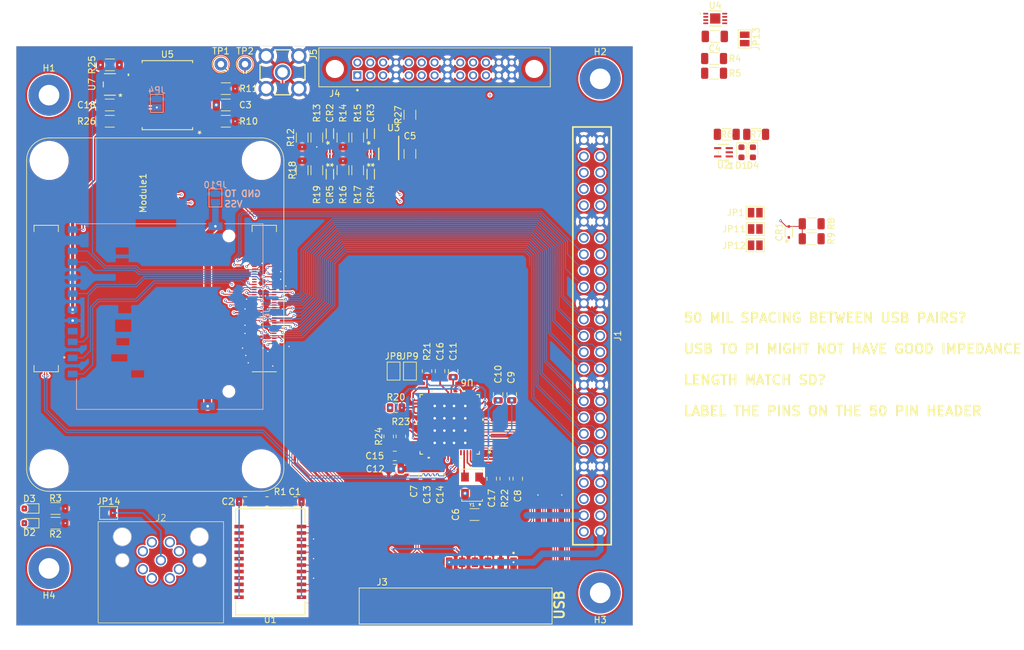
<source format=kicad_pcb>
(kicad_pcb (version 20240108) (generator "pcbnew") (generator_version "8.0")
  (layers (0 "F.Cu" signal) (1 "In1.Cu" signal) (2 "In2.Cu" signal) (31 "B.Cu" signal) (34 "B.Paste" user) (35 "F.Paste" user) (36 "B.SilkS" user "B.Silkscreen") (37 "F.SilkS" user "F.Silkscreen") (38 "B.Mask" user) (39 "F.Mask" user) (44 "Edge.Cuts" user))
  (net 0 "")
  (net 1 "Net-(U1-CD1)")
  (net 2 "GND")
  (net 3 "Net-(U1-CX1)")
  (net 4 "Net-(C2-Pad2)")
  (net 5 "/usb-hub/VDD18")
  (net 6 "/usb-hub/VDD18PLL")
  (net 7 "/gpio/SD_PWR")
  (net 8 "/gpio/PWR_SENSE")
  (net 9 "Net-(D1-K)")
  (net 10 "Net-(D2-K)")
  (net 11 "Net-(D3-K)")
  (net 12 "Net-(D4-K)")
  (net 13 "/ID_SD")
  (net 14 "/GPIO4")
  (net 15 "/5V_BP")
  (net 16 "/SDA0")
  (net 17 "/OTG")
  (net 18 "/ID_SC")
  (net 19 "/nRPIBOOT")
  (net 20 "/GPIO17")
  (net 22 "/GPIO15")
  (net 24 "/gpio/1.8V")
  (net 26 "/SWRI_UNREG")
  (net 27 "/SCL0")
  (net 28 "/GPIO10")
  (net 29 "/5V_CM4")
  (net 30 "/GPIO8")
  (net 31 "/32kHz")
  (net 32 "/Global_EN")
  (net 35 "/RESERVED")
  (net 36 "/GPIO7")
  (net 37 "/GPIO18")
  (net 38 "/GPIO14")
  (net 40 "/gpio/I2C1_SCL")
  (net 41 "/gpio/I2C1_SDA")
  (net 42 "/i2c-hub/BIAS_IN")
  (net 43 "/usb-hub/DWN1_N")
  (net 44 "/usb-hub/DWN1_P")
  (net 45 "/usb-hub/DWN2_P")
  (net 46 "/usb-hub/DWN2_N")
  (net 47 "/usb-hub/DWN3_P")
  (net 48 "/usb-hub/DWN3_N")
  (net 49 "/usb-hub/DWN4_P")
  (net 50 "/usb-hub/DWN4_N")
  (net 51 "/usb-hub/DWN5_P")
  (net 52 "/usb-hub/DWN5_N")
  (net 53 "/usb-hub/DWN6_N")
  (net 54 "/usb-hub/DWN6_P")
  (net 55 "/gpio/SD_DAT0")
  (net 56 "/i2c-hub/BIAS")
  (net 57 "/gpio/SD_DAT1")
  (net 58 "/i2c-hub/BP")
  (net 59 "/gpio/SD_CLK")
  (net 60 "/gpio/SD_DAT2")
  (net 61 "/gpio/SD_DAT3")
  (net 62 "/gpio/SD_CMD")
  (net 63 "/gpio-hispeed/HDMI0_D2_P")
  (net 64 "/gpio-hispeed/HDMI0_D1_P")
  (net 65 "/gpio-hispeed/HDMI0_D1_N")
  (net 66 "/gpio-hispeed/HDMI0_D2_N")
  (net 67 "/gpio-hispeed/HDMI0_SCL")
  (net 68 "/gpio-hispeed/HDMI0_D0_N")
  (net 69 "/gpio-hispeed/HDMI0_CEC")
  (net 70 "/gpio-hispeed/HDMI0_CK_N")
  (net 71 "/gpio-hispeed/HDMI0_CK_P")
  (net 72 "/gpio-hispeed/HDMI0_HOTPLUG")
  (net 73 "/gpio-hispeed/HDMI0_D0_P")
  (net 74 "/gpio-hispeed/HDMI0_SDA")
  (net 75 "/X2+")
  (net 76 "/X3+")
  (net 77 "/X4+")
  (net 78 "/X1+")
  (net 79 "/X4-")
  (net 80 "/X3-")
  (net 81 "/X2-")
  (net 82 "/X1-")
  (net 83 "Net-(JP14-B)")
  (net 84 "Net-(JP1-B)")
  (net 85 "Net-(JP4-B)")
  (net 86 "Net-(JP8-A)")
  (net 87 "/gpio/nEXTRST")
  (net 88 "/usb-hub/3.3V_PULLUP")
  (net 89 "Net-(JP11-A)")
  (net 90 "Net-(JP12-A)")
  (net 97 "/gpio/nPWR_LED")
  (net 98 "/gpio/SD_PWR_ON")
  (net 102 "/gpio/SD1_CLK")
  (net 107 "/gpio/D4+")
  (net 108 "/gpio/PPS_SENSE")
  (net 109 "/gpio-hispeed/USB2_N")
  (net 110 "/gpio/ETH_LEDG")
  (net 111 "/gpio/D4-")
  (net 115 "/gpio/SD1_DAT1")
  (net 116 "/gpio/D1-")
  (net 122 "/gpio/SD1_DAT3")
  (net 123 "/gpio/SD1_CMD")
  (net 127 "/gpio/D3+")
  (net 128 "/gpio-hispeed/USB2_P")
  (net 144 "/gpio/D2-")
  (net 146 "/gpio/D1+")
  (net 150 "/gpio/D2+")
  (net 156 "/gpio/nACT_LED")
  (net 160 "/gpio/D3-")
  (net 168 "/gpio/SD1_DAT0")
  (net 169 "/gpio/SD1_DAT2")
  (net 173 "/gpio/GPIO_VREF")
  (net 178 "/gpio/ETH_LEDY1")
  (net 182 "Net-(R6-Pad2)")
  (net 183 "Net-(U5-*INT{slash}SQW)")
  (net 184 "/usb-hub/GND_PULLDOWN")
  (net 185 "/usb-hub/RBIAS")
  (net 186 "/usb-hub/VBUS_DET")
  (net 199 "/usb-hub/CLKIN")
  (net 203 "/15V_BBA")
  (net 204 "/??V_SIPM")
  (net 205 "/DET3")
  (net 206 "/HEATER")
  (net 207 "/DET2")
  (net 208 "/PELTIER")
  (net 209 "/UPS")
  (net 210 "/DET1")
  (net 211 "/DET4")
  (net 212 "/BUBBA")
  (net 213 "/3.3V")
  (net 214 "/i2c-hub/SIPM")
  (net 215 "/i2c-hub/BUBBA")
  (net 221 "Net-(J6-PadWP)")
  (net 222 "Net-(J6-GND)")
  (net 223 "Net-(U3-ALERT_RDY)")
  (footprint "Resistor_SMD:R_1206_3216Metric" (layer "F.Cu") (at 133.9195 27.32 180)
    (property "Reference" "R4")
    (property "Value" "0R")
  )
  (footprint "fc-board:BAS7002VH6327XTSA1" (layer "F.Cu") (at 145.542 54.308 90)
    (property "Reference" "CR1")
    (property "Value" "BAS7002VH6327XTSA1")
  )
  (footprint "Jumper:SolderJumper-2_P1.3mm_Open_Pad1.0x1.5mm" (layer "F.Cu") (at 140.3245 51.308 180)
    (property "Reference" "JP1")
    (property "Value" "EEPROM_CTRL")
  )
  (footprint "Jumper:SolderJumper-2_P1.3mm_Open_Pad1.0x1.5mm" (layer "F.Cu") (at 86.614 75.9622 -90)
    (property "Reference" "JP9")
    (property "Value" "3V3 PULLUP")
  )
  (footprint "fc-board:M80-5102622" (layer "F.Cu") (at 90.444 28.94)
    (property "Reference" "J4")
    (property "Value" "M80-5102622")
  )
  (footprint "fc-board:TestPoint_THTPad_D2.0mm_Drill1.0mm_JLCrules" (layer "F.Cu") (at 57.214 28.194)
    (property "Reference" "TP1")
    (property "Value" "TestPoint")
  )
  (footprint "fc-board:749023310" (layer "F.Cu") (at 64.897 105.664 180)
    (property "Reference" "U1")
    (property "Value" "749023310")
  )
  (footprint "fc-board:MSXS-08PFFR-SF7002" (layer "F.Cu") (at 47.879 105.41 90)
    (property "Reference" "J2")
    (property "Value" "MSXS-08PFFR-SF7002")
    (fp_circle (center 3.65 -6) (end 5.05 -6) (stroke (width 0.1)) (fill none) (layer "Edge.Cuts"))
    (fp_circle (center 0 -6) (end 1.05 -6) (stroke (width 0.1)) (fill none) (layer "Edge.Cuts"))
    (fp_circle (center 3.65 6) (end 5.05 6) (stroke (width 0.1)) (fill none) (layer "Edge.Cuts"))
    (fp_circle (center 0 6) (end 1.05 6) (stroke (width 0.1)) (fill none) (layer "Edge.Cuts"))
  )
  (footprint "Capacitor_SMD:C_0805_2012Metric" (layer "F.Cu") (at 60.9956 96.266)
    (property "Reference" "C2")
    (property "Value" "1000p")
  )
  (footprint "LED_SMD:LED_0603_1608Metric" (layer "F.Cu") (at 27.432 97.355 180)
    (property "Reference" "D3")
    (property "Value" "LED Yellow")
  )
  (footprint "Resistor_SMD:R_0805_2012Metric" (layer "F.Cu") (at 85.206201 86.1222 90)
    (property "Reference" "R23")
    (property "Value" "100k")
  )
  (footprint "Resistor_SMD:R_1206_3216Metric" (layer "F.Cu") (at 149.098 53.038 180)
    (property "Reference" "R8")
    (property "Value" "1M")
  )
  (footprint "Capacitor_SMD:C_0805_2012Metric" (layer "F.Cu") (at 87.238201 92.1522 -90)
    (property "Reference" "C7")
    (property "Value" "1u")
  )
  (footprint "Capacitor_SMD:C_0805_2012Metric" (layer "F.Cu") (at 91.302201 75.9622 90)
    (property "Reference" "C16")
    (property "Value" "1u")
  )
  (footprint "Capacitor_SMD:C_0805_2012Metric" (layer "F.Cu") (at 84.256201 89.1702 180)
    (property "Reference" "C15")
    (property "Value" "1u")
  )
  (footprint "Capacitor_SMD:C_1206_3216Metric" (layer "F.Cu") (at 57.9735 34.544)
    (property "Reference" "C3")
    (property "Value" "1u")
  )
  (footprint "Jumper:SolderJumper-2_P1.3mm_Open_Pad1.0x1.5mm" (layer "F.Cu") (at 84.074 75.9622 -90)
    (property "Reference" "JP8")
    (property "Value" "CM4 RESET")
  )
  (footprint "fc-board:74LVC1G07SE_7" (layer "F.Cu") (at 135.382 41.91 180)
    (property "Reference" "U2")
    (property "Value" "74LVC1G07SE-7")
  )
  (footprint "LED_SMD:LED_0603_1608Metric" (layer "F.Cu") (at 139.954 41.91 -90)
    (property "Reference" "D4")
    (property "Value" "LED")
  )
  (footprint "fc-board:BAS7002VH6327XTSA1" (layer "F.Cu") (at 74.168 39.0124 90)
    (property "Reference" "CR2")
    (property "Value" "BAS7002VH6327XTSA1")
  )
  (footprint "Resistor_SMD:R_0805_2012Metric" (layer "F.Cu") (at 83.306201 86.1222 90)
    (property "Reference" "R24")
    (property "Value" "100k")
  )
  (footprint "Resistor_SMD:R_1206_3216Metric" (layer "F.Cu") (at 39.927 37.084 180)
    (property "Reference" "R26")
    (property "Value" "10k")
  )
  (footprint "Resistor_SMD:R_1206_3216Metric" (layer "F.Cu") (at 78.486 39.624 -90)
    (property "Reference" "R15")
    (property "Value" "1M")
  )
  (footprint "Resistor_SMD:R_1206_3216Metric" (layer "F.Cu") (at 31.496 97.355 180)
    (property "Reference" "R3")
    (property "Value" "470")
  )
  (footprint "Resistor_SMD:R_1206_3216Metric" (layer "F.Cu") (at 140.462 39.116)
    (property "Reference" "R7")
    (property "Value" "1k")
  )
  (footprint "Resistor_SMD:R_0805_2012Metric" (layer "F.Cu") (at 64.389 96.266)
    (property "Reference" "R1")
    (property "Value" "75")
  )
  (footprint "fc-board:RT9742GGJ5" (layer "F.Cu") (at 39.951999 31.350648 180)
    (property "Reference" "U7")
    (property "Value" "RT9742GGJ5")
  )
  (footprint "fc-board:rpi-cm4" (layer "F.Cu") (at 63.5 43.18 180)
    (property "Reference" "Module1")
    (property "Value" "rpi-cm4")
  )
  (footprint "fc-board:DS3231M_TRL" (layer "F.Cu") (at 48.895 33.02 180)
    (property "Reference" "U5")
    (property "Value" "DS3231M+TRL")
  )
  (footprint "MountingHole:MountingHole_3.2mm_M3_Pad" (layer "F.Cu") (at 30.48 33.02)
    (property "Reference" "H1")
    (property "Value" "MountingHole")
  )
  (footprint "Capacitor_SMD:C_0805_2012Metric" (layer "F.Cu") (at 91.302201 92.1522 -90)
    (property "Reference" "C14")
    (property "Value" "0.1u")
  )
  (footprint "Resistor_SMD:R_1206_3216Metric" (layer "F.Cu") (at 69.85 44.704 90)
    (property "Reference" "R18")
    (property "Value" "1M")
  )
  (footprint "Capacitor_SMD:C_1206_3216Metric" (layer "F.Cu") (at 86.614 42.164 90)
    (property "Reference" "C5")
    (property "Value" "0.1u")
  )
  (footprint "fc-board:BAS7002VH6327XTSA1" (layer "F.Cu") (at 74.168 45.3156 -90)
    (property "Reference" "CR5")
    (property "Value" "BAS7002VH6327XTSA1")
  )
  (footprint "Resistor_SMD:R_0805_2012Metric" (layer "F.Cu") (at 101.358 92.71 90)
    (property "Reference" "R22")
    (property "Value" "12k")
  )
  (footprint "Resistor_SMD:R_1206_3216Metric" (layer "F.Cu") (at 31.496 99.641 180)
    (property "Reference" "R2")
    (property "Value" "470")
  )
  (footprint "fc-board:BAS7002VH6327XTSA1" (layer "F.Cu") (at 80.518 45.3156 -90)
    (property "Reference" "CR4")
    (property "Value" "BAS7002VH6327XTSA1")
  )
  (footprint "Capacitor_SMD:C_1206_3216Metric" (layer "F.Cu") (at 39.927 34.544)
    (property "Reference" "C18")
    (property "Value" "10u")
  )
  (footprint "Resistor_SMD:R_1206_3216Metric" (layer "F.Cu") (at 69.85 39.624 -90)
    (property "Reference" "R12")
    (property "Value" "1M")
  )
  (footprint "Resistor_SMD:R_1206_3216Metric" (layer "F.Cu") (at 76.2 44.704 90)
    (property "Reference" "R16")
    (property "Value" "???")
  )
  (footprint "fc-board:ECS_3963_240_BN_TR" (layer "F.Cu") (at 96.278 93.726 90)
    (property "Reference" "Y1")
    (property "Value" "ECS-3963-240-BN-TR")
  )
  (footprint "LED_SMD:LED_0603_1608Metric" (layer "F.Cu") (at 138.176 41.91 -90)
    (property "Reference" "D1")
    (property "Value" "LED Red")
  )
  (footprint "Resistor_SMD:R_1206_3216Metric" (layer "F.Cu") (at 78.486 44.704 90)
    (property "Reference" "R17")
    (property "Value" "???")
  )
  (footprint "Capacitor_SMD:C_0805_2012Metric" (layer "F.Cu") (at 84.256201 91.2022 180)
    (property "Reference" "C12")
    (property "Value" "0.1u")
  )
  (footprint "Capacitor_SMD:C_1206_3216Metric" (layer "F.Cu") (at 134.0288 23.879001)
    (property "Reference" "C4")
    (property "Value" "0.1u")
  )
  (footprint "Capacitor_SMD:C_1206_3216Metric" (layer "F.Cu") (at 96.653 98.298)
    (property "Reference" "C6")
    (property "Value" "0.1u")
  )
  (footprint "Jumper:SolderJumper-2_P1.3mm_Open_Pad1.0x1.5mm" (layer "F.Cu") (at 138.684 24.272 -90)
    (property "Reference" "JP13")
    (property "Value" "OTG TO GND")
  )
  (footprint "Resistor_SMD:R_1206_3216Metric" (layer "F.Cu") (at 39.951999 28.302648)
    (property "Reference" "R25")
    (property "Value" "12k 1%")
  )
  (footprint "fc-board:ESQ-125-XX-X-D" (layer "F.Cu") (at 114.935 70.485 90)
    (property "Reference" "J1")
    (property "Value" "ESQ-125-14-G-D")
  )
  (footprint "fc-board:USB2517I_JZX" (layer "F.Cu") (at 92.7982 84.268 180)
    (property "Reference" "U6")
    (property "Value" "USB2517I-JZX")
  )
  (footprint "LED_SMD:LED_0603_1608Metric" (layer "F.Cu") (at 27.432 99.641 180)
    (property "Reference" "D2")
    (property "Value" "LED Green")
  )
  (footprint "Capacitor_SMD:C_0805_2012Metric" (layer "F.Cu") (at 89.270201 92.1522 -90)
    (property "Reference" "C13")
    (property "Value" "0.1u")
  )
  (footprint "Resistor_SMD:R_1206_3216Metric" (layer "F.Cu") (at 133.9195 29.606 180)
    (property "Reference" "R5")
    (property "Value" "nf")
  )
  (footprint "Capacitor_SMD:C_0805_2012Metric" (layer "F.Cu") (at 93.334201 75.9622 90)
    (property "Reference" "C11")
    (property "Value" "0.1u")
  )
  (footprint "fc-board:PCT2075TP_147" (layer "F.Cu") (at 134.0973 21.085001)
    (property "Reference" "U4")
    (property "Value" "PCT2075TP_147")
  )
  (footprint "Resistor_SMD:R_1206_3216Metric" (layer "F.Cu") (at 76.2 39.624 -90)
    (property "Reference" "R14")
    (property "Value" "750k")
  )
  (footprint "Resistor_SMD:R_1206_3216Metric" (layer "F.Cu") (at 72.136 39.624 -90)
    (property "Reference" "R13")
    (property "Value" "100k")
  )
  (footprint "Capacitor_SMD:C_0805_2012Metric" (layer "F.Cu") (at 103.39 92.71 -90)
    (property "Reference" "C8")
    (property "Value" "0.1u")
  )
  (footprint "Resistor_SMD:R_0805_2012Metric" (layer "F.Cu") (at 89.270201 75.9622 -90)
    (property "Reference" "R21")
    (property "Value" "1k")
  )
  (footprint "Resistor_SMD:R_1206_3216Metric" (layer "F.Cu") (at 57.9735 37.084)
    (property "Reference" "R10")
    (property "Value" "R_Small")
  )
  (footprint "Resistor_SMD:R_1206_3216Metric" (layer "F.Cu") (at 57.9735 32.004 180)
    (property "Reference" "R11")
    (property "Value" "R_Small")
  )
  (footprint "Capacitor_SMD:C_0805_2012Metric" (layer "F.Cu") (at 68.7984 96.266 180)
    (property "Reference" "C1")
    (property "Value" "100n")
  )
  (footprint "Resistor_SMD:R_0805_2012Metric" (layer "F.Cu") (at 84.444201 81.6772)
    (property "Reference" "R20")
    (property "Value" "1k")
  )
  (footprint "Capacitor_SMD:C_0805_2012Metric" (layer "F.Cu") (at 100.33 79.568 90)
    (property "Reference" "C10")
    (property "Value" "0.1u")
  )
  (footprint "fc-board:SMA-J-P-X-ST-TH1" (layer "F.Cu") (at 66.802 29.464)
    (property "Reference" "J5")
    (property "Value" "SMA-J-P-X-ST-TH1")
  )
  (footprint "Capacitor_SMD:C_0805_2012Metric" (layer "F.Cu") (at 102.450001 79.568 90)
    (property "Reference" "C9")
    (property "Value" "0.1u")
  )
  (footprint "fc-board:ADS1015BQDGSRQ1" (layer "F.Cu") (at 83.312 42.164 -90)
    (property "Reference" "U3")
    (property "Value" "ADS1015BQDGSRQ1")
  )
  (footprint "Resistor_SMD:R_1206_3216Metric" (layer "F.Cu") (at 86.614 36.068 90)
    (property "Reference" "R27")
    (property "Value" "1k")
  )
  (footprint "Capacitor_SMD:C_0805_2012Metric" (layer "F.Cu") (at 99.326 92.71 -90)
    (property "Reference" "C17")
    (property "Value" "1u")
  )
  (footprint "Jumper:SolderJumper-2_P1.3mm_Open_Pad1.0x1.5mm" (layer "F.Cu") (at 39.751 98.044)
    (property "Reference" "JP14")
    (property "Value" "P1 to GND")
  )
  (footprint "Jumper:SolderJumper-2_P1.3mm_Open_Pad1.0x1.5mm" (layer "F.Cu") (at 140.3245 53.848 180)
    (property "Reference" "JP11")
    (property "Value" "AnalogIP1 to GND")
  )
  (footprint "MountingHole:MountingHole_3.2mm_M3_Pad" (layer "F.Cu") (at 116.205 30.48)
    (property "Reference" "H2")
    (property "Value" "MountingHole")
  )
  (footprint "MountingHole:MountingHole_3.2mm_M3_Pad" (layer "F.Cu") (at 116.205 110.49 180)
    (property "Reference" "H3")
    (property "Value" "MountingHole")
  )
  (footprint "Jumper:SolderJumper-2_P1.3mm_Open_Pad1.0x1.5mm" (layer "F.Cu") (at 140.3245 56.388 180)
    (property "Reference" "JP12")
    (property "Value" "AnalogIP1 to GND")
  )
  (footprint "Resistor_SMD:R_1206_3216Metric" (layer "F.Cu") (at 149.098 55.372)
    (property "Reference" "R9")
    (property "Value" "1M")
  )
  (footprint "fc-board:TestPoint_THTPad_D2.0mm_Drill1.0mm_JLCrules" (layer "F.Cu") (at 60.96 28.194)
    (property "Reference" "TP2")
    (property "Value" "TestPoint")
  )
  (footprint "fc-board:BAS7002VH6327XTSA1" (layer "F.Cu") (at 80.518 39.0124 90)
    (property "Reference" "CR3")
    (property "Value" "BAS7002VH6327XTSA1")
  )
  (footprint "fc-board:M80-5322042" (layer "F.Cu") (at 93.726 112.522)
    (property "Reference" "J3")
    (property "Value" "M80-5322042")
  )
  (footprint "MountingHole:MountingHole_3.2mm_M3_Pad" (layer "F.Cu") (at 30.48 106.68 180)
    (property "Reference" "H4")
    (property "Value" "MountingHole")
  )
  (footprint "Resistor_SMD:R_1206_3216Metric" (layer "F.Cu") (at 72.136 44.704 90)
    (property "Reference" "R19")
    (property "Value" "220k")
  )
  (footprint "Resistor_SMD:R_1206_3216Metric" (layer "F.Cu") (at 135.89 39.116 180)
    (property "Reference" "R6")
    (property "Value" "1k")
  )
  (footprint "Jumper:SolderJumper-2_P1.3mm_Open_Pad1.0x1.5mm" (layer "B.Cu") (at 56.3605 49.022 90)
    (property "Reference" "JP10")
    (property "Value" "GND TO VSS")
  )
  (footprint "fc-board:10067847_001RLF" (layer "B.Cu") (at 58.4605 67.03 -90)
    (property "Reference" "J6")
    (property "Value" "10067847-001RLF")
  )
  (footprint "Jumper:SolderJumper-2_P1.3mm_Open_Pad1.0x1.5mm" (layer "B.Cu") (at 47.244 34.29 -90)
    (property "Reference" "JP4")
    (property "Value" "VBAT GND")
  )
  (gr_rect (start 25.4 25.4) (end 121.285 115.57) (stroke (width 0.05)) (fill none) (layer "Edge.Cuts"))
  (gr_text "GND TO\nVSS" (at 57.658 50.546 0) (layer "B.SilkS") (effects (font (size 1 1) (thickness 0.2) (bold yes)) (justify right bottom mirror)))
  (gr_text "USB" (at 110.744 114.808 90) (layer "F.SilkS") (effects (font (size 1.5 1.5) (thickness 0.3) (bold yes)) (justify left bottom)))
  (gr_text "50 MIL SPACING BETWEEN USB PAIRS?\n\nUSB TO PI MIGHT NOT HAVE GOOD IMPEDANCE\n\nLENGTH MATCH SD?\n\nLABEL THE PINS ON THE 50 PIN HEADER" (at 129.032 83.058 0) (layer "F.SilkS") (effects (font (size 1.5 1.5) (thickness 0.3) (bold yes)) (justify left bottom)))
  (via (at 69.7484 111.163999) (size 0.399999) (drill 0.2) (layers "F.Cu" "B.Cu") (net 1))
  (via (at 69.7484 108.164) (size 0.399999) (drill 0.2) (layers "F.Cu" "B.Cu") (net 1))
  (via (at 69.7484 105.164001) (size 0.399999) (drill 0.2) (layers "F.Cu" "B.Cu") (net 1))
  (via (at 69.7484 102.163999) (size 0.399999) (drill 0.2) (layers "F.Cu" "B.Cu") (net 1))
  (via (at 69.7484 96.266) (size 0.399999) (drill 0.2) (layers "F.Cu" "B.Cu") (net 1))
  (segment (start 69.7484 111.163999) (end 69.7484 96.266) (width 0.2) (layer "B.Cu") (net 1))
  (segment (start 65.5 60.48) (end 66.52 60.48) (width 0.127) (layer "F.Cu") (net 2))
  (segment (start 66.588 66.08) (end 66.802 66.294) (width 0.127) (layer "F.Cu") (net 2))
  (segment (start 65.5 74.962) (end 65.278 75.184) (width 0.127) (layer "F.Cu") (net 2))
  (segment (start 65.5 72.08) (end 67.056 72.08) (width 0.127) (layer "F.Cu") (net 2))
  (segment (start 64.898 73.28) (end 64.516 72.898) (width 0.127) (layer "F.Cu") (net 2))
  (segment (start 62.42 72.08) (end 63.444 72.08) (width 0.127) (layer "F.Cu") (net 2))
  (segment (start 62.42 74.48) (end 61.664 74.48) (width 0.127) (layer "F.Cu") (net 2))
  (segment (start 100.726 105.722) (end 100.726 106.934) (width 1.016) (layer "F.Cu") (net 2))
  (segment (start 62.42 70.48) (end 61.336 70.48) (width 0.127) (layer "F.Cu") (net 2))
  (segment (start 64.73 66.08) (end 64.516 66.294) (width 0.127) (layer "F.Cu") (net 2))
  (segment (start 64.643 69.8) (end 64.643 69.342) (width 0.127) (layer "F.Cu") (net 2))
  (segment (start 64.923 70.08) (end 64.643 69.8) (width 0.127) (layer "F.Cu") (net 2))
  (segment (start 67.762 72.08) (end 67.818 72.136) (width 0.127) (layer "F.Cu") (net 2))
  (segment (start 61.146 66.48) (end 60.96 66.294) (width 0.127) (layer "F.Cu") (net 2))
  (segment (start 60.889 72.08) (end 60.579 72.39) (width 0.127) (layer "F.Cu") (net 2))
  (segment (start 63.282 64.48) (end 63.5 64.262) (width 0.127) (layer "F.Cu") (net 2))
  (segment (start 65.5 73.28) (end 64.898 73.28) (width 0.127) (layer "F.Cu") (net 2))
  (segment (start 62.42 60.08) (end 62.856 60.08) (width 0.127) (layer "F.Cu") (net 2))
  (segment (start 63.246 59.69) (end 63.373 59.563) (width 0.127) (layer "F.Cu") (net 2))
  (segment (start 62.856 60.08) (end 63.246 59.69) (width 0.127) (layer "F.Cu") (net 2))
  (segment (start 63.373 59.563) (end 63.627 59.309) (width 0.127) (layer "F.Cu") (net 2))
  (segment (start 100.726 106.934) (end 100.726 108.222) (width 1.016) (layer "F.Cu") (net 2))
  (segment (start 63.114 70.48) (end 63.5 70.866) (width 0.127) (layer "F.Cu") (net 2))
  (segment (start 61.336 70.48) (end 60.96 70.104) (width 0.127) (layer "F.Cu") (net 2))
  (segment (start 99.326 93.66) (end 98.582 93.66) (width 1.016) (layer "F.Cu") (net 2))
  (segment (start 62.42 66.48) (end 63.178 66.48) (width 0.127) (layer "F.Cu") (net 2))
  (segment (start 65.5 74.48) (end 65.5 74.962) (width 0.127) (layer "F.Cu") (net 2))
  (segment (start 98.582 93.66) (end 97.378 92.456) (width 1.016) (layer "F.Cu") (net 2))
  (segment (start 62.42 73.28) (end 61.34 73.28) (width 0.127) (layer "F.Cu") (net 2))
  (segment (start 61.34 73.28) (end 61.087 73.533) (width 0.127) (layer "F.Cu") (net 2))
  (segment (start 61.664 74.48) (end 61.468 74.676) (width 0.127) (layer "F.Cu") (net 2))
  (segment (start 65.5 62.88) (end 67.168 62.88) (width 0.127) (layer "F.Cu") (net 2))
  (segment (start 65.5 66.08) (end 64.73 66.08) (width 0.127) (layer "F.Cu") (net 2))
  (segment (start 62.42 66.48) (end 61.146 66.48) (width 0.127) (layer "F.Cu") (net 2))
  (segment (start 61.504 64.48) (end 61.214 64.77) (width 0.127) (layer "F.Cu") (net 2))
  (segment (start 65.5 70.08) (end 64.923 70.08) (width 0.127) (layer "F.Cu") (net 2))
  (segment (start 65.5 68.08) (end 65.032 68.08) (width 0.127) (layer "F.Cu") (net 2))
  (segment (start 64.77 67.818) (end 64.516 67.564) (width 0.127) (layer "F.Cu") (net 2))
  (segment (start 67.168 62.88) (end 67.31 62.738) (width 0.127) (layer "F.Cu") (net 2))
  (segment (start 63.444 72.08) (end 63.754 72.39) (width 0.127) (layer "F.Cu") (net 2))
  (segment (start 90.726 105.722) (end 90.726 108.204) (width 1.016) (layer "F.Cu") (net 2))
  (segment (start 63.178 66.48) (end 63.5 66.802) (width 0.127) (layer "F.Cu") (net 2))
  (segment (start 62.42 64.48) (end 61.504 64.48) (width 0.127) (layer "F.Cu") (net 2))
  (segment (start 65.5 64.08) (end 64.317 64.08) (width 0.127) (layer "F.Cu") (net 2))
  (segment (start 65.5 66.08) (end 66.588 66.08) (width 0.127) (layer "F.Cu") (net 2))
  (segment (start 63.627 59.309) (end 63.627 59.182) (width 0.127) (layer "F.Cu") (net 2))
  (segment (start 62.42 68.48) (end 61.314 68.48) (width 0.127) (layer "F.Cu") (net 2))
  (segment (start 65.5 61.68) (end 66.506 61.68) (width 0.127) (layer "F.Cu") (net 2))
  (segment (start 62.42 72.08) (end 60.889 72.08) (width 0.127) (layer "F.Cu") (net 2))
  (segment (start 64.516 67.564) (end 64.516 67.31) (width 0.127) (layer "F.Cu") (net 2))
  (segment (start 61.314 68.48) (end 60.96 68.834) (width 0.127) (layer "F.Cu") (net 2))
  (segment (start 62.42 64.48) (end 63.282 64.48) (width 0.127) (layer "F.Cu") (net 2))
  (segment (start 67.056 72.08) (end 67.127 72.08) (width 0.127) (layer "F.Cu") (net 2))
  (segment (start 67.056 72.08) (end 67.762 72.08) (width 0.127) (layer "F.Cu") (net 2))
  (segment (start 65.032 68.08) (end 64.77 67.818) (width 0.127) (layer "F.Cu") (net 2))
  (segment (start 64.317 64.08) (end 64.135 64.262) (width 0.127) (layer "F.Cu") (net 2))
  (segment (start 62.42 70.48) (end 63.114 70.48) (width 0.127) (layer "F.Cu") (net 2))
  (via (at 90.472 87.145334) (size 0.8) (drill 0.4) (layers "F.Cu" "B.Cu") (net 2))
  (via (at 91.972 87.145334) (size 0.8) (drill 0.4) (layers "F.Cu" "B.Cu") (net 2))
  (via (at 63.5 70.866) (size 0.399999) (drill 0.2) (layers "F.Cu" "B.Cu") (net 2))
  (via (at 63.627 59.182) (size 0.399999) (drill 0.2) (layers "F.Cu" "B.Cu") (net 2))
  (via (at 63.5 64.262) (size 0.399999) (drill 0.2) (layers "F.Cu" "B.Cu") (net 2))
  (via (at 93.472 81.395334) (size 0.8) (drill 0.4) (layers "F.Cu" "B.Cu") (net 2))
  (via (at 71.628 108.204) (size 0.399999) (drill 0.2) (layers "F.Cu" "B.Cu") (net 2))
  (via (at 66.802 66.294) (size 0.399999) (drill 0.2) (layers "F.Cu" "B.Cu") (net 2))
  (via (at 93.472 87.145334) (size 0.8) (drill 0.4) (layers "F.Cu" "B.Cu") (net 2))
  (via (at 95.222 81.395334) (size 0.8) (drill 0.4) (layers "F.Cu" "B.Cu") (net 2))
  (via (at 66.506 61.68) (size 0.399999) (drill 0.2) (layers "F.Cu" "B.Cu") (net 2))
  (via (at 60.96 68.834) (size 0.399999) (drill 0.2) (layers "F.Cu" "B.Cu") (net 2))
  (via (at 61.214 64.77) (size 0.399999) (drill 0.2) (layers "F.Cu" "B.Cu") (net 2))
  (via (at 64.516 66.294) (size 0.399999) (drill 0.2) (layers "F.Cu" "B.Cu") (net 2))
  (via (at 64.516 72.898) (size 0.399999) (drill 0.2) (layers "F.Cu" "B.Cu") (net 2))
  (via (at 60.96 70.104) (size 0.399999) (drill 0.2) (layers "F.Cu" "B.Cu") (net 2))
  (via (at 64.516 67.31) (size 0.399999) (drill 0.2) (layers "F.Cu" "B.Cu") (net 2))
  (via (at 60.96 66.294) (size 0.399999) (drill 0.2) (layers "F.Cu" "B.Cu") (net 2))
  (via (at 91.972 83.312) (size 0.8) (drill 0.4) (layers "F.Cu" "B.Cu") (net 2))
  (via (at 110.236 95.25) (size 0.399999) (drill 0.2) (layers "F.Cu" "B.Cu") (net 2))
  (via (at 90.472 83.312) (size 0.8) (drill 0.4) (layers "F.Cu" "B.Cu") (net 2))
  (via (at 64.135 64.262) (size 0.399999) (drill 0.2) (layers "F.Cu" "B.Cu") (net 2))
  (via (at 34.1605 68.105) (size 0.8) (drill 0.399999) (layers "F.Cu" "B.Cu") (net 2))
  (via (at 67.818 72.136) (size 0.399999) (drill 0.2) (layers "F.Cu" "B.Cu") (net 2))
  (via (at 61.087 73.533) (size 0.399999) (drill 0.2) (layers "F.Cu" "B.Cu") (net 2))
  (via (at 65.278 75.184) (size 0.399999) (drill 0.2) (layers "F.Cu" "B.Cu") (net 2))
  (via (at 63.5 66.802) (size 0.399999) (drill 0.2) (layers "F.Cu" "B.Cu") (net 2))
  (via (at 64.655466 69.33485) (size 0.399999) (drill 0.2) (layers "F.Cu" "B.Cu") (net 2))
  (via (at 91.972 85.228666) (size 0.8) (drill 0.4) (layers "F.Cu" "B.Cu") (net 2))
  (via (at 93.472 85.228666) (size 0.8) (drill 0.4) (layers "F.Cu" "B.Cu") (net 2))
  (via (at 93.472 83.312) (size 0.8) (drill 0.4) (layers "F.Cu" "B.Cu") (net 2))
  (via (at 63.754 72.39) (size 0.399999) (drill 0.2) (layers "F.Cu" "B.Cu") (net 2))
  (via (at 60.579 72.39) (size 0.399999) (drill 0.2) (layers "F.Cu" "B.Cu") (net 2))
  (via (at 66.52 60.48) (size 0.399999) (drill 0.2) (layers "F.Cu" "B.Cu") (net 2))
  (via (at 71.628 105.156) (size 0.399999) (drill 0.2) (layers "F.Cu" "B.Cu") (net 2))
  (via (at 95.222 87.145334) (size 0.8) (drill 0.4) (layers "F.Cu" "B.Cu") (net 2))
  (via (at 95.222 85.228666) (size 0.8) (drill 0.4) (layers "F.Cu" "B.Cu") (net 2))
  (via (at 90.472 81.395334) (size 0.8) (drill 0.4) (layers "F.Cu" "B.Cu") (net 2))
  (via (at 72.136 41.0865) (size 0.399999) (drill 0.2) (layers "F.Cu" "B.Cu") (net 2))
  (via (at 71.628 102.108) (size 0.399999) (drill 0.2) (layers "F.Cu" "B.Cu") (net 2))
  (via (at 106.5276 95.25) (size 0.399999) (drill 0.2) (layers "F.Cu" "B.Cu") (net 2))
  (via (at 61.468 74.676) (size 0.399999) (drill 0.2) (layers "F.Cu" "B.Cu") (net 2))
  (via (at 95.222 83.312) (size 0.8) (drill 0.4) (layers "F.Cu" "B.Cu") (net 2))
  (via (at 67.31 62.738) (size 0.399999) (drill 0.2) (layers "F.Cu" "B.Cu") (net 2))
  (via (at 90.472 85.228666) (size 0.8) (drill 0.4) (layers "F.Cu" "B.Cu") (net 2))
  (via (at 91.972 81.395334) (size 0.8) (drill 0.4) (layers "F.Cu" "B.Cu") (net 2))
  (segment (start 71.628 102.108) (end 71.628 108.204) (width 1.016) (layer "B.Cu") (net 2))
  (via (at 60.0456 105.163998) (size 0.399999) (drill 0.2) (layers "F.Cu" "B.Cu") (net 3))
  (via (at 60.0456 102.163999) (size 0.399999) (drill 0.2) (layers "F.Cu" "B.Cu") (net 3))
  (via (at 60.0456 96.266) (size 0.399999) (drill 0.2) (layers "F.Cu" "B.Cu") (net 3))
  (via (at 60.0456 111.163999) (size 0.399999) (drill 0.2) (layers "F.Cu" "B.Cu") (net 3))
  (via (at 60.0456 108.164) (size 0.399999) (drill 0.2) (layers "F.Cu" "B.Cu") (net 3))
  (segment (start 60.0456 111.163999) (end 60.0456 96.266) (width 0.2) (layer "B.Cu") (net 3))
  (segment (start 61.9456 96.266) (end 63.4765 96.266) (width 0.2) (layer "F.Cu") (net 4))
  (segment (start 91.302201 77.9942) (end 92.5482 79.240199) (width 0.254) (layer "F.Cu") (net 5))
  (segment (start 92.5482 79.240199) (end 92.5482 79.8738) (width 0.254) (layer "F.Cu") (net 5))
  (segment (start 91.302201 76.9122) (end 91.302201 77.9942) (width 0.254) (layer "F.Cu") (net 5))
  (segment (start 99.326 91.186) (end 99.326 91.76) (width 0.254) (layer "F.Cu") (net 6))
  (segment (start 95.5482 88.6622) (end 95.5482 90.2022) (width 0.254) (layer "F.Cu") (net 6))
  (segment (start 98.818 90.678) (end 99.326 91.186) (width 0.254) (layer "F.Cu") (net 6))
  (segment (start 95.5482 90.2022) (end 96.024 90.678) (width 0.254) (layer "F.Cu") (net 6))
  (segment (start 96.024 90.678) (end 98.818 90.678) (width 0.254) (layer "F.Cu") (net 6))
  (segment (start 38.452 34.544) (end 38.452 32.512998) (width 0.508) (layer "F.Cu") (net 7))
  (segment (start 38.573351 32.391647) (end 41.330647 32.391647) (width 0.508) (layer "F.Cu") (net 7))
  (segment (start 37.084 34.544) (end 38.452 34.544) (width 0.508) (layer "F.Cu") (net 7))
  (segment (start 35.814 45.466) (end 35.814 35.814) (width 0.508) (layer "F.Cu") (net 7))
  (segment (start 38.452 32.512998) (end 38.573351 32.391647) (width 0.508) (layer "F.Cu") (net 7))
  (segment (start 34.1605 47.1195) (end 35.814 45.466) (width 0.508) (layer "F.Cu") (net 7))
  (segment (start 34.1605 66.405) (end 34.1605 47.1195) (width 0.508) (layer "F.Cu") (net 7))
  (segment (start 35.814 35.814) (end 37.084 34.544) (width 0.508) (layer "F.Cu") (net 7))
  (via (at 34.1605 66.405) (size 0.8) (drill 0.399999) (layers "F.Cu" "B.Cu") (net 7))
  (segment (start 61.117 67.28) (end 60.833 67.564) (width 0.127) (layer "F.Cu") (net 8))
  (segment (start 62.42 67.28) (end 61.117 67.28) (width 0.127) (layer "F.Cu") (net 8))
  (segment (start 145.1511 53.4571) (end 144.272 52.578) (width 0.127) (layer "F.Cu") (net 8))
  (segment (start 145.542 53.4571) (end 145.1511 53.4571) (width 0.127) (layer "F.Cu") (net 8))
  (segment (start 147.2164 53.4571) (end 147.6355 53.038) (width 0.127) (layer "F.Cu") (net 8))
  (segment (start 145.542 53.4571) (end 147.2164 53.4571) (width 0.127) (layer "F.Cu") (net 8))
  (segment (start 147.6355 53.038) (end 147.6355 55.372) (width 0.127) (layer "F.Cu") (net 8))
  (via (at 144.272 52.578) (size 0.399999) (drill 0.2) (layers "F.Cu" "B.Cu") (net 8))
  (segment (start 30.0335 99.641) (end 28.2195 99.641) (width 0.127) (layer "F.Cu") (net 10))
  (segment (start 30.0335 97.355) (end 28.2195 97.355) (width 0.127) (layer "F.Cu") (net 11))
  (segment (start 62.42 67.68) (end 63.638 67.68) (width 0.127) (layer "F.Cu") (net 13))
  (segment (start 63.87 67.68) (end 64.008 67.818) (width 0.127) (layer "F.Cu") (net 13))
  (segment (start 63.638 67.68) (end 63.87 67.68) (width 0.127) (layer "F.Cu") (net 13))
  (via (at 64.008 67.818) (size 0.399999) (drill 0.2) (layers "F.Cu" "B.Cu") (net 13))
  (segment (start 107.528 57.197376) (end 105.435624 55.105) (width 0.127) (layer "B.Cu") (net 13))
  (segment (start 113.665 80.645) (end 107.528 74.508) (width 0.127) (layer "B.Cu") (net 13))
  (segment (start 69.615312 67.818) (end 64.008 67.818) (width 0.127) (layer "B.Cu") (net 13))
  (segment (start 107.528 74.508) (end 107.528 57.197376) (width 0.127) (layer "B.Cu") (net 13))
  (segment (start 72.641 58.267032) (end 72.641 64.792312) (width 0.127) (layer "B.Cu") (net 13))
  (segment (start 72.641 64.792312) (end 69.615312 67.818) (width 0.127) (layer "B.Cu") (net 13))
  (segment (start 105.435624 55.105) (end 75.803032 55.105) (width 0.127) (layer "B.Cu") (net 13))
  (segment (start 75.803032 55.105) (end 72.641 58.267032) (width 0.127) (layer "B.Cu") (net 13))
  (segment (start 61.468 64.008) (end 61.214 63.754) (width 0.127) (layer "F.Cu") (net 14))
  (segment (start 61.54 64.08) (end 61.468 64.008) (width 0.127) (layer "F.Cu") (net 14))
  (segment (start 62.42 64.08) (end 61.54 64.08) (width 0.127) (layer "F.Cu") (net 14))
  (via (at 61.214 63.754) (size 0.399999) (drill 0.2) (layers "F.Cu" "B.Cu") (net 14))
  (segment (start 70.462224 56.746224) (end 73.637224 53.571224) (width 0.127) (layer "B.Cu") (net 14))
  (segment (start 70.025 57.183448) (end 70.462224 56.746224) (width 0.127) (layer "B.Cu") (net 14))
  (segment (start 67.564 63.754) (end 68.18 64.37) (width 0.127) (layer "B.Cu") (net 14))
  (segment (start 110.144 64.424) (end 110.144 56.113792) (width 0.127) (layer "B.Cu") (net 14))
  (segment (start 70.025 62.992) (end 70.025 61.976) (width 0.127) (layer "B.Cu") (net 14))
  (segment (start 90.17 52.489) (end 90.424 52.489) (width 0.127) (layer "B.Cu") (net 14))
  (segment (start 113.665 67.945) (end 110.144 64.424) (width 0.127) (layer "B.Cu") (net 14))
  (segment (start 106.519208 52.489) (end 90.17 52.489) (width 0.127) (layer "B.Cu") (net 14))
  (segment (start 69.363728 64.37) (end 70.025 63.708728) (width 0.127) (layer "B.Cu") (net 14))
  (segment (start 87.884 52.489) (end 90.17 52.489) (width 0.127) (layer "B.Cu") (net 14))
  (segment (start 61.214 63.754) (end 67.564 63.754) (width 0.127) (layer "B.Cu") (net 14))
  (segment (start 70.025 63.708728) (end 70.025 62.992) (width 0.127) (layer "B.Cu") (net 14))
  (segment (start 68.18 64.37) (end 69.363728 64.37) (width 0.127) (layer "B.Cu") (net 14))
  (segment (start 74.719448 52.489) (end 78.994 52.489) (width 0.127) (layer "B.Cu") (net 14))
  (segment (start 73.637224 53.571224) (end 74.719448 52.489) (width 0.127) (layer "B.Cu") (net 14))
  (segment (start 110.144 56.113792) (end 106.519208 52.489) (width 0.127) (layer "B.Cu") (net 14))
  (segment (start 78.994 52.489) (end 87.884 52.489) (width 0.127) (layer "B.Cu") (net 14))
  (segment (start 70.025 61.976) (end 70.025 57.183448) (width 0.127) (layer "B.Cu") (net 14))
  (segment (start 102.726 105.722) (end 102.726 108.222) (width 1.016) (layer "F.Cu") (net 15))
  (segment (start 92.726 105.722) (end 92.726 108.222) (width 1.016) (layer "F.Cu") (net 15))
  (via (at 76.2 41.0865) (size 0.399999) (drill 0.2) (layers "F.Cu" "B.Cu") (net 15))
  (via (at 92.726 105.722) (size 0.6) (drill 0.3) (layers "F.Cu" "B.Cu") (net 15))
  (via (at 102.726 105.722) (size 0.6) (drill 0.3) (layers "F.Cu" "B.Cu") (net 15))
  (segment (start 116.205 103.759) (end 116.205 100.965) (width 1.016) (layer "B.Cu") (net 15))
  (segment (start 107.188 104.394) (end 115.57 104.394) (width 1.016) (layer "B.Cu") (net 15))
  (segment (start 102.726 105.722) (end 92.726 105.722) (width 1.016) (layer "B.Cu") (net 15))
  (segment (start 105.86 105.722) (end 107.188 104.394) (width 1.016) (layer "B.Cu") (net 15))
  (segment (start 115.57 104.394) (end 116.205 103.759) (width 1.016) (layer "B.Cu") (net 15))
  (segment (start 102.726 105.722) (end 105.86 105.722) (width 1.016) (layer "B.Cu") (net 15))
  (segment (start 62.42 58.48) (end 60.639 58.48) (width 0.127) (layer "F.Cu") (net 16))
  (segment (start 60.639 58.48) (end 60.519 58.48) (width 0.127) (layer "F.Cu") (net 16))
  (segment (start 60.519 58.48) (end 60.198 58.801) (width 0.127) (layer "F.Cu") (net 16))
  (segment (start 60.198 58.801) (end 59.817 58.801) (width 0.127) (layer "F.Cu") (net 16))
  (via (at 59.817 58.801) (size 0.399999) (drill 0.2) (layers "F.Cu" "B.Cu") (net 16))
  (segment (start 98.044 51.508) (end 61.141 51.508) (width 0.127) (layer "B.Cu") (net 16))
  (segment (start 59.817 58.293) (end 60.325 57.785) (width 0.127) (layer "B.Cu") (net 16))
  (segment (start 60.633 51.508) (end 61.214 51.508) (width 0.127) (layer "B.Cu") (net 16))
  (segment (start 98.298 51.508) (end 98.044 51.508) (width 0.127) (layer "B.Cu") (net 16))
  (segment (start 60.325 51.816) (end 60.633 51.508) (width 0.127) (layer "B.Cu") (net 16))
  (segment (start 60.325 57.785) (end 60.325 51.816) (width 0.127) (layer "B.Cu") (net 16))
  (segment (start 106.045 51.508) (end 98.298 51.508) (width 0.127) (layer "B.Cu") (net 16))
  (segment (start 111.125 55.707448) (end 108.480776 53.063224) (width 0.127) (layer "B.Cu") (net 16))
  (segment (start 106.925552 51.508) (end 106.045 51.508) (width 0.127) (layer "B.Cu") (net 16))
  (segment (start 108.544276 53.126724) (end 106.925552 51.508) (width 0.127) (layer "B.Cu") (net 16))
  (segment (start 111.125 57.785) (end 111.125 55.707448) (width 0.127) (layer "B.Cu") (net 16))
  (segment (start 59.817 58.801) (end 59.817 58.293) (width 0.127) (layer "B.Cu") (net 16))
  (segment (start 113.665 60.325) (end 111.125 57.785) (width 0.127) (layer "B.Cu") (net 16))
  (segment (start 68.21 67.68) (end 68.58 67.31) (width 0.127) (layer "F.Cu") (net 18))
  (segment (start 65.5 67.68) (end 68.21 67.68) (width 0.127) (layer "F.Cu") (net 18))
  (via (at 68.58 67.31) (size 0.399999) (drill 0.2) (layers "F.Cu" "B.Cu") (net 18))
  (segment (start 72.314 64.656864) (end 72.314 58.131584) (width 0.127) (layer "B.Cu") (net 18))
  (segment (start 107.855 74.372552) (end 112.857448 79.375) (width 0.127) (layer "B.Cu") (net 18))
  (segment (start 105.571072 54.778) (end 107.855 57.061928) (width 0.127) (layer "B.Cu") (net 18))
  (segment (start 68.58 67.31) (end 69.660864 67.31) (width 0.127) (layer "B.Cu") (net 18))
  (segment (start 72.314 58.131584) (end 75.667584 54.778) (width 0.127) (layer "B.Cu") (net 18))
  (segment (start 112.857448 79.375) (end 114.935 79.375) (width 0.127) (layer "B.Cu") (net 18))
  (segment (start 75.667584 54.778) (end 105.571072 54.778) (width 0.127) (layer "B.Cu") (net 18))
  (segment (start 114.935 79.375) (end 116.205 80.645) (width 0.127) (layer "B.Cu") (net 18))
  (segment (start 107.855 57.061928) (end 107.855 74.372552) (width 0.127) (layer "B.Cu") (net 18))
  (segment (start 69.660864 67.31) (end 72.314 64.656864) (width 0.127) (layer "B.Cu") (net 18))
  (segment (start 62.42 64.88) (end 63.356 64.88) (width 0.127) (layer "F.Cu") (net 20))
  (segment (start 63.356 64.88) (end 63.5 65.024) (width 0.127) (layer "F.Cu") (net 20))
  (via (at 63.5 65.024) (size 0.399999) (drill 0.2) (layers "F.Cu" "B.Cu") (net 20))
  (segment (start 109.163 68.060552) (end 109.163 57.912) (width 0.127) (layer "B.Cu") (net 20))
  (segment (start 71.006 61.976) (end 71.006 58.166) (width 0.127) (layer "B.Cu") (net 20))
  (segment (start 114.935 71.755) (end 112.857448 71.755) (width 0.127) (layer "B.Cu") (net 20))
  (segment (start 71.006 62.992) (end 71.006 61.976) (width 0.127) (layer "B.Cu") (net 20))
  (segment (start 116.205 73.025) (end 114.935 71.755) (width 0.127) (layer "B.Cu") (net 20))
  (segment (start 71.006 57.589792) (end 72.298896 56.296896) (width 0.127) (layer "B.Cu") (net 20))
  (segment (start 104.648 53.47) (end 106.112864 53.47) (width 0.127) (layer "B.Cu") (net 20))
  (segment (start 109.163 57.912) (end 109.163 58.166) (width 0.127) (layer "B.Cu") (net 20))
  (segment (start 106.112864 53.47) (end 107.474432 54.831568) (width 0.127) (layer "B.Cu") (net 20))
  (segment (start 109.163 56.520136) (end 109.163 57.912) (width 0.127) (layer "B.Cu") (net 20))
  (segment (start 109.163 58.166) (end 109.163 59.69) (width 0.127) (layer "B.Cu") (net 20))
  (segment (start 71.006 64.115072) (end 71.006 62.992) (width 0.127) (layer "B.Cu") (net 20))
  (segment (start 75.125792 53.47) (end 76.962 53.47) (width 0.127) (layer "B.Cu") (net 20))
  (segment (start 71.006 58.166) (end 71.006 57.589792) (width 0.127) (layer "B.Cu") (net 20))
  (segment (start 70.481536 64.639536) (end 71.006 64.115072) (width 0.127) (layer "B.Cu") (net 20))
  (segment (start 107.474432 54.831568) (end 109.163 56.520136) (width 0.127) (layer "B.Cu") (net 20))
  (segment (start 64.106501 65.376501) (end 66.294 65.376501) (width 0.127) (layer "B.Cu") (net 20))
  (segment (start 112.857448 71.755) (end 109.163 68.060552) (width 0.127) (layer "B.Cu") (net 20))
  (segment (start 66.294 65.376501) (end 69.744571 65.376501) (width 0.127) (layer "B.Cu") (net 20))
  (segment (start 63.5 65.024) (end 63.754 65.024) (width 0.127) (layer "B.Cu") (net 20))
  (segment (start 76.962 53.47) (end 104.648 53.47) (width 0.127) (layer "B.Cu") (net 20))
  (segment (start 69.744571 65.376501) (end 70.481536 64.639536) (width 0.127) (layer "B.Cu") (net 20))
  (segment (start 72.298896 56.296896) (end 75.125792 53.47) (width 0.127) (layer "B.Cu") (net 20))
  (segment (start 63.754 65.024) (end 64.106501 65.376501) (width 0.127) (layer "B.Cu") (net 20))
  (segment (start 65.5 64.48) (end 66.584 64.48) (width 0.127) (layer "F.Cu") (net 22))
  (segment (start 66.584 64.48) (end 66.802 64.262) (width 0.127) (layer "F.Cu") (net 22))
  (via (at 66.802 64.262) (size 0.399999) (drill 0.2) (layers "F.Cu" "B.Cu") (net 22))
  (segment (start 67.892488 64.697) (end 67.457488 64.262) (width 0.127) (layer "B.Cu") (net 22))
  (segment (start 69.499176 64.697) (end 67.892488 64.697) (width 0.127) (layer "B.Cu") (net 22))
  (segment (start 116.205 70.485) (end 114.935 69.215) (width 0.127) (layer "B.Cu") (net 22))
  (segment (start 70.352 57.318896) (end 70.352 63.844176) (width 0.127) (layer "B.Cu") (net 22))
  (segment (start 112.857448 69.215) (end 109.817 66.174552) (width 0.127) (layer "B.Cu") (net 22))
  (segment (start 67.457488 64.262) (end 66.802 64.262) (width 0.127) (layer "B.Cu") (net 22))
  (segment (start 114.935 69.215) (end 112.857448 69.215) (width 0.127) (layer "B.Cu") (net 22))
  (segment (start 74.854896 52.816) (end 70.352 57.318896) (width 0.127) (layer "B.Cu") (net 22))
  (segment (start 109.817 56.24924) (end 106.38376 52.816) (width 0.127) (layer "B.Cu") (net 22))
  (segment (start 109.817 66.174552) (end 109.817 56.24924) (width 0.127) (layer "B.Cu") (net 22))
  (segment (start 106.38376 52.816) (end 74.854896 52.816) (width 0.127) (layer "B.Cu") (net 22))
  (segment (start 70.352 63.844176) (end 69.499176 64.697) (width 0.127) (layer "B.Cu") (net 22))
  (segment (start 60.325 59.436) (end 59.309 59.436) (width 0.127) (layer "F.Cu") (net 27))
  (segment (start 60.881 58.88) (end 60.452 59.309) (width 0.127) (layer "F.Cu") (net 27))
  (segment (start 59.309 59.436) (end 59.182 59.436) (width 0.127) (layer "F.Cu") (net 27))
  (segment (start 60.452 59.309) (end 60.325 59.436) (width 0.127) (layer "F.Cu") (net 27))
  (segment (start 62.42 58.88) (end 60.881 58.88) (width 0.127) (layer "F.Cu") (net 27))
  (via (at 59.309 59.436) (size 0.399999) (drill 0.2) (layers "F.Cu" "B.Cu") (net 27))
  (segment (start 113.665 57.785) (end 107.061 51.181) (width 0.127) (layer "B.Cu") (net 27))
  (segment (start 107.061 51.181) (end 60.497552 51.181) (width 0.127) (layer "B.Cu") (net 27))
  (segment (start 59.309 58.338552) (end 59.309 59.436) (width 0.127) (layer "B.Cu") (net 27))
  (segment (start 60.497552 51.181) (end 59.998 51.680552) (width 0.127) (layer "B.Cu") (net 27))
  (segment (start 59.998 57.649552) (end 59.309 58.338552) (width 0.127) (layer "B.Cu") (net 27))
  (segment (start 59.998 51.680552) (end 59.998 57.649552) (width 0.127) (layer "B.Cu") (net 27))
  (segment (start 62.42 66.08) (end 63.46 66.08) (width 0.127) (layer "F.Cu") (net 28))
  (segment (start 63.46 66.08) (end 63.5 66.04) (width 0.127) (layer "F.Cu") (net 28))
  (via (at 63.5 66.04) (size 0.399999) (drill 0.2) (layers "F.Cu" "B.Cu") (net 28))
  (segment (start 63.836499 65.703501) (end 69.880019 65.703501) (width 0.127) (layer "B.Cu") (net 28))
  (segment (start 72.27612 56.78212) (end 74.94312 54.11512) (width 0.127) (layer "B.Cu") (net 28))
  (segment (start 75.19712 53.86112) (end 75.24524 53.813) (width 0.127) (layer "B.Cu") (net 28))
  (segment (start 63.5 66.04) (end 63.836499 65.703501) (width 0.127) (layer "B.Cu") (net 28))
  (segment (start 74.94312 54.11512) (end 75.19712 53.86112) (width 0.127) (layer "B.Cu") (net 28))
  (segment (start 71.333 57.72524) (end 72.27612 56.78212) (width 0.127) (layer "B.Cu") (net 28))
  (segment (start 75.26124 53.797) (end 75.19712 53.86112) (width 0.127) (layer "B.Cu") (net 28))
  (segment (start 108.836 68.196) (end 108.836 56.655584) (width 0.127) (layer "B.Cu") (net 28))
  (segment (start 108.836 56.655584) (end 105.977416 53.797) (width 0.127) (layer "B.Cu") (net 28))
  (segment (start 69.880019 65.703501) (end 71.333 64.25052) (width 0.127) (layer "B.Cu") (net 28))
  (segment (start 71.333 64.25052) (end 71.333 61.976) (width 0.127) (layer "B.Cu") (net 28))
  (segment (start 71.333 61.976) (end 71.333 58.42) (width 0.127) (layer "B.Cu") (net 28))
  (segment (start 71.333 58.42) (end 71.333 57.72524) (width 0.127) (layer "B.Cu") (net 28))
  (segment (start 105.977416 53.797) (end 75.26124 53.797) (width 0.127) (layer "B.Cu") (net 28))
  (segment (start 113.665 73.025) (end 108.836 68.196) (width 0.127) (layer "B.Cu") (net 28))
  (segment (start 65.5 58.88) (end 67.104 58.88) (width 0.2) (layer "F.Cu") (net 29))
  (segment (start 65.5 59.28) (end 67.466 59.28) (width 0.2) (layer "F.Cu") (net 29))
  (segment (start 65.5 58.08) (end 66.634 58.08) (width 0.2) (layer "F.Cu") (net 29))
  (segment (start 65.5 58.48) (end 66.996 58.48) (width 0.2) (layer "F.Cu") (net 29))
  (segment (start 113.665 98.425) (end 104.775 98.425) (width 1.016) (layer "B.Cu") (net 29))
  (segment (start 66.978 66.88) (end 67.437 66.421) (width 0.127) (layer "F.Cu") (net 30))
  (segment (start 65.5 66.88) (end 65.977 66.88) (width 0.127) (layer "F.Cu") (net 30))
  (segment (start 67.691 66.167) (end 68.326 66.167) (width 0.127) (layer "F.Cu") (net 30))
  (segment (start 67.437 66.421) (end 67.691 66.167) (width 0.127) (layer "F.Cu") (net 30))
  (segment (start 65.977 66.88) (end 66.978 66.88) (width 0.127) (layer "F.Cu") (net 30))
  (via (at 68.326 66.167) (size 0.399999) (drill 0.2) (layers "F.Cu" "B.Cu") (net 30))
  (segment (start 71.66 57.860688) (end 71.66 64.385968) (width 0.127) (layer "B.Cu") (net 30))
  (segment (start 108.509 69.946552) (end 108.509 56.791032) (width 0.127) (layer "B.Cu") (net 30))
  (segment (start 69.878968 66.167) (end 68.326 66.167) (width 0.127) (layer "B.Cu") (net 30))
  (segment (start 71.66 64.385968) (end 69.878968 66.167) (width 0.127) (layer "B.Cu") (net 30))
  (segment (start 116.205 75.565) (end 114.935 74.295) (width 0.127) (layer "B.Cu") (net 30))
  (segment (start 108.509 56.791032) (end 105.841968 54.124) (width 0.127) (layer "B.Cu") (net 30))
  (segment (start 112.857448 74.295) (end 108.509 69.946552) (width 0.127) (layer "B.Cu") (net 30))
  (segment (start 105.841968 54.124) (end 75.396688 54.124) (width 0.127) (layer "B.Cu") (net 30))
  (segment (start 75.396688 54.124) (end 71.66 57.860688) (width 0.127) (layer "B.Cu") (net 30))
  (segment (start 114.935 74.295) (end 112.857448 74.295) (width 0.127) (layer "B.Cu") (net 30))
  (segment (start 53.6321 38.6461) (end 53.848 38.862) (width 0.2032) (layer "F.Cu") (net 31))
  (segment (start 62.484 52.07) (end 57.658 47.244) (width 0.2032) (layer "F.Cu") (net 31))
  (segment (start 59.436 38.354) (end 59.436 37.084) (width 0.2032) (layer "F.Cu") (net 31))
  (segment (start 60.96 28.194) (end 60.96 36.576) (width 0.2032) (layer "F.Cu") (net 31))
  (segment (start 58.928 38.862) (end 59.436 38.354) (width 0.2032) (layer "F.Cu") (net 31))
  (segment (start 57.658 47.244) (end 57.658 38.862) (width 0.2032) (layer "F.Cu") (net 31))
  (segment (start 53.848 38.862) (end 57.658 38.862) (width 0.2032) (layer "F.Cu") (net 31))
  (segment (start 60.452 37.084) (end 60.96 36.576) (width 0.2032) (layer "F.Cu") (net 31))
  (segment (start 59.436 37.084) (end 60.452 37.084) (width 0.2032) (layer "F.Cu") (net 31))
  (segment (start 57.658 38.862) (end 58.928 38.862) (width 0.2032) (layer "F.Cu") (net 31))
  (segment (start 53.6321 37.465) (end 53.6321 38.6461) (width 0.2032) (layer "F.Cu") (net 31))
  (via (at 62.484 52.07) (size 0.399999) (drill 0.2) (layers "F.Cu" "B.Cu") (net 31))
  (via (at 59.436 37.084) (size 0.399999) (drill 0.2) (layers "F.Cu" "B.Cu") (net 31))
  (segment (start 62.611 51.943) (end 62.484 52.07) (width 0.127) (layer "B.Cu") (net 31))
  (segment (start 106.790104 51.835) (end 98.162552 51.835) (width 0.127) (layer "B.Cu") (net 31))
  (segment (start 62.719 51.835) (end 62.611 51.943) (width 0.127) (layer "B.Cu") (net 31))
  (segment (start 110.798 59.998) (end 110.798 55.842896) (width 0.127) (layer "B.Cu") (net 31))
  (segment (start 98.162552 51.835) (end 98.044 51.835) (width 0.127) (layer "B.Cu") (net 31))
  (segment (start 113.665 62.865) (end 110.798 59.998) (width 0.127) (layer "B.Cu") (net 31))
  (segment (start 110.798 55.842896) (end 106.790104 51.835) (width 0.127) (layer "B.Cu") (net 31))
  (segment (start 98.044 51.835) (end 62.719 51.835) (width 0.127) (layer "B.Cu") (net 31))
  (segment (start 67.594 67.28) (end 67.818 67.056) (width 0.127) (layer "F.Cu") (net 36))
  (segment (start 65.5 67.28) (end 66.451 67.28) (width 0.127) (layer "F.Cu") (net 36))
  (segment (start 67.818 67.056) (end 68.072 66.802) (width 0.127) (layer "F.Cu") (net 36))
  (segment (start 66.451 67.28) (end 67.594 67.28) (width 0.127) (layer "F.Cu") (net 36))
  (via (at 68.072 66.802) (size 0.399999) (drill 0.2) (layers "F.Cu" "B.Cu") (net 36))
  (segment (start 108.182 70.082) (end 108.182 56.92648) (width 0.127) (layer "B.Cu") (net 36))
  (segment (start 108.182 56.92648) (end 105.70652 54.451) (width 0.127) (layer "B.Cu") (net 36))
  (segment (start 75.532136 54.451) (end 71.987 57.996136) (width 0.127) (layer "B.Cu") (net 36))
  (segment (start 69.706416 66.802) (end 68.072 66.802) (width 0.127) (layer "B.Cu") (net 36))
  (segment (start 71.987 64.521416) (end 69.706416 66.802) (width 0.127) (layer "B.Cu") (net 36))
  (segment (start 113.665 75.565) (end 108.182 70.082) (width 0.127) (layer "B.Cu") (net 36))
  (segment (start 105.70652 54.451) (end 75.532136 54.451) (width 0.127) (layer "B.Cu") (net 36))
  (segment (start 71.987 57.996136) (end 71.987 64.521416) (width 0.127) (layer "B.Cu") (net 36))
  (segment (start 67.2 64.88) (end 67.31 64.77) (width 0.127) (layer "F.Cu") (net 37))
  (segment (start 65.5 64.88) (end 67.2 64.88) (width 0.127) (layer "F.Cu") (net 37))
  (via (at 67.31 64.77) (size 0.399999) (drill 0.2) (layers "F.Cu" "B.Cu") (net 37))
  (segment (start 106.248312 53.143) (end 74.990344 53.143) (width 0.127) (layer "B.Cu") (net 37))
  (segment (start 74.990344 53.143) (end 70.679 57.454344) (width 0.127) (layer "B.Cu") (net 37))
  (segment (start 70.679 63.979624) (end 69.634624 65.024) (width 0.127) (layer "B.Cu") (net 37))
  (segment (start 109.49 56.384688) (end 106.248312 53.143) (width 0.127) (layer "B.Cu") (net 37))
  (segment (start 67.564 65.024) (end 67.31 64.77) (width 0.127) (layer "B.Cu") (net 37))
  (segment (start 109.49 66.31) (end 109.49 56.384688) (width 0.127) (layer "B.Cu") (net 37))
  (segment (start 70.679 57.454344) (end 70.679 63.979624) (width 0.127) (layer "B.Cu") (net 37))
  (segment (start 69.634624 65.024) (end 67.564 65.024) (width 0.127) (layer "B.Cu") (net 37))
  (segment (start 113.665 70.485) (end 109.49 66.31) (width 0.127) (layer "B.Cu") (net 37))
  (segment (start 68.252 63.68) (end 68.326 63.754) (width 0.127) (layer "F.Cu") (net 38))
  (segment (start 65.5 63.68) (end 68.252 63.68) (width 0.127) (layer "F.Cu") (net 38))
  (via (at 68.326 63.754) (size 0.399999) (drill 0.2) (layers "F.Cu" "B.Cu") (net 38))
  (segment (start 68.326 63.754) (end 68.615 64.043) (width 0.127) (layer "B.Cu") (net 38))
  (segment (start 69.698 63.57328) (end 69.698 57.048) (width 0.127) (layer "B.Cu") (net 38))
  (segment (start 106.654656 52.162) (end 110.471 55.978344) (width 0.127) (layer "B.Cu") (net 38))
  (segment (start 68.615 64.043) (end 69.22828 64.043) (width 0.127) (layer "B.Cu") (net 38))
  (segment (start 69.22828 64.043) (end 69.698 63.57328) (width 0.127) (layer "B.Cu") (net 38))
  (segment (start 69.698 57.048) (end 74.584 52.162) (width 0.127) (layer "B.Cu") (net 38))
  (segment (start 114.935 66.675) (end 116.205 67.945) (width 0.127) (layer "B.Cu") (net 38))
  (segment (start 112.857448 66.675) (end 114.935 66.675) (width 0.127) (layer "B.Cu") (net 38))
  (segment (start 110.471 55.978344) (end 110.471 64.288552) (width 0.127) (layer "B.Cu") (net 38))
  (segment (start 110.471 64.288552) (end 112.857448 66.675) (width 0.127) (layer "B.Cu") (net 38))
  (segment (start 74.584 52.162) (end 106.654656 52.162) (width 0.127) (layer "B.Cu") (net 38))
  (segment (start 44.1579 38.1381) (end 43.942 38.354) (width 0.127) (layer "F.Cu") (net 40))
  (segment (start 50.246448 48.514) (end 51.054 48.514) (width 0.127) (layer "F.Cu") (net 40))
  (segment (start 61.405989 63.290501) (end 60.915499 63.290501) (width 0.127) (layer "F.Cu") (net 40))
  (segment (start 62.42 63.68) (end 61.795488 63.68) (width 0.127) (layer "F.Cu") (net 40))
  (segment (start 84.312001 44.389002) (end 84.312001 47.736001) (width 0.127) (layer "F.Cu") (net 40))
  (segment (start 57.658 64.008) (end 57.404 63.754) (width 0.127) (layer "F.Cu") (net 40))
  (segment (start 60.198 64.008) (end 59.944 64.008) (width 0.127) (layer "F.Cu") (net 40))
  (segment (start 42.999 38.789) (end 42.999 41.266552) (width 0.127) (layer "F.Cu") (net 40))
  (segment (start 42.999 41.266552) (end 50.246448 48.514) (width 0.127) (layer "F.Cu") (net 40))
  (segment (start 59.944 64.008) (end 57.912 64.008) (width 0.127) (layer "F.Cu") (net 40))
  (segment (start 57.912 64.008) (end 57.658 64.008) (width 0.127) (layer "F.Cu") (net 40))
  (segment (start 61.795488 63.68) (end 61.405989 63.290501) (width 0.127) (layer "F.Cu") (net 40))
  (segment (start 60.706 63.5) (end 60.198 64.008) (width 0.127) (layer "F.Cu") (net 40))
  (segment (start 44.1579 37.465) (end 44.1579 38.1381) (width 0.127) (layer "F.Cu") (net 40))
  (segment (start 84.312001 47.736001) (end 85.09 48.514) (width 0.127) (layer "F.Cu") (net 40))
  (segment (start 43.434 38.354) (end 42.999 38.789) (width 0.127) (layer "F.Cu") (net 40))
  (segment (start 43.942 38.354) (end 43.434 38.354) (width 0.127) (layer "F.Cu") (net 40))
  (segment (start 60.915499 63.290501) (end 60.706 63.5) (width 0.127) (layer "F.Cu") (net 40))
  (via (at 51.054 48.514) (size 0.399999) (drill 0.2) (layers "F.Cu" "B.Cu") (net 40))
  (via (at 99.06 33.001) (size 0.399999) (drill 0.2) (layers "F.Cu" "B.Cu") (net 40))
  (via (at 57.404 63.754) (size 0.399999) (drill 0.2) (layers "F.Cu" "B.Cu") (net 40))
  (via (at 85.09 48.514) (size 0.399999) (drill 0.2) (layers "F.Cu" "B.Cu") (net 40))
  (segment (start 42.672 37.0078) (end 42.672 41.402) (width 0.127) (layer "F.Cu") (net 41))
  (segment (start 59.808552 63.681) (end 58.601 63.681) (width 0.127) (layer "F.Cu") (net 41))
  (segment (start 42.672 41.402) (end 51.054 49.784) (width 0.127) (layer "F.Cu") (net 41))
  (segment (start 83.812002 48.252002) (end 85.09 49.53) (width 0.127) (layer "F.Cu") (net 41))
  (segment (start 83.812002 44.389002) (end 83.812002 48.252002) (width 0.127) (layer "F.Cu") (net 41))
  (segment (start 60.062552 63.681) (end 59.808552 63.681) (width 0.127) (layer "F.Cu") (net 41))
  (segment (start 60.780051 62.963501) (end 60.570552 63.173) (width 0.127) (layer "F.Cu") (net 41))
  (segment (start 60.570552 63.173) (end 60.062552 63.681) (width 0.127) (layer "F.Cu") (net 41))
  (segment (start 58.601 63.681) (end 58.42 63.5) (width 0.127) (layer "F.Cu") (net 41))
  (segment (start 51.054 49.784) (end 52.578 49.784) (width 0.127) (layer "F.Cu") (net 41))
  (segment (start 44.1579 36.195) (end 43.4848 36.195) (width 0.127) (layer "F.Cu") (net 41))
  (segment (start 61.541437 62.963501) (end 60.780051 62.963501) (width 0.127) (layer "F.Cu") (net 41))
  (segment (start 62.42 63.28) (end 61.857936 63.28) (width 0.127) (layer "F.Cu") (net 41))
  (segment (start 43.4848 36.195) (end 42.672 37.0078) (width 0.127) (layer "F.Cu") (net 41))
  (segment (start 61.857936 63.28) (end 61.541437 62.963501) (width 0.127) (layer "F.Cu") (net 41))
  (via (at 58.42 63.5) (size 0.399999) (drill 0.2) (layers "F.Cu" "B.Cu") (net 41))
  (via (at 85.09 49.53) (size 0.399999) (drill 0.2) (layers "F.Cu" "B.Cu") (net 41))
  (via (at 52.578 49.784) (size 0.399999) (drill 0.2) (layers "F.Cu" "B.Cu") (net 41))
  (segment (start 66.802 39.624) (end 68.2645 41.0865) (width 0.254) (layer "F.Cu") (net 42))
  (segment (start 68.2645 41.0865) (end 69.85 41.0865) (width 0.254) (layer "F.Cu") (net 42))
  (segment (start 66.802 29.464) (end 66.802 39.624) (width 0.254) (layer "F.Cu") (net 42))
  (via (at 69.85 41.0865) (size 0.399999) (drill 0.2) (layers "F.Cu" "B.Cu") (net 42))
  (segment (start 105.312741 86.945343) (end 107.288229 88.920831) (width 0.154686) (layer "F.Cu") (net 43))
  (segment (start 96.726 104.596999) (end 97.548657 103.774342) (width 0.154686) (layer "F.Cu") (net 43))
  (segment (start 105.198575 102.386029) (end 98.552 102.386029) (width 0.154686) (layer "F.Cu") (net 43))
  (segment (start 97.548657 103.371741) (end 97.630415 103.289983) (width 0.154686) (layer "F.Cu") (net 43))
  (segment (start 97.548657 103.774342) (end 97.548657 103.371741) (width 0.154686) (layer "F.Cu") (net 43))
  (segment (start 98.429448 102.490953) (end 98.521371 102.399028) (width 0.154686) (layer "F.Cu") (net 43))
  (segment (start 107.288229 88.920831) (end 107.288229 100.296375) (width 0.154686) (layer "F.Cu") (net 43))
  (segment (start 98.521371 102.399028) (end 98.534369 102.386029) (width 0.154686) (layer "F.Cu") (net 43))
  (segment (start 107.288229 100.296375) (end 105.198575 102.386029) (width 0.154686) (layer "F.Cu") (net 43))
  (segment (start 96.726 105.722) (end 96.726 104.596999) (width 0.154686) (layer "F.Cu") (net 43))
  (segment (start 97.802001 87.018) (end 97.874658 86.945343) (width 0.154686) (layer "F.Cu") (net 43))
  (segment (start 97.630415 102.582877) (end 97.72234 102.490953) (width 0.154686) (layer "F.Cu") (net 43))
  (segment (start 98.534369 102.386029) (end 98.552 102.386029) (width 0.154686) (layer "F.Cu") (net 43))
  (segment (start 97.1924 87.018) (end 97.802001 87.018) (width 0.154686) (layer "F.Cu") (net 43))
  (segment (start 97.874658 86.945343) (end 105.312741 86.945343) (width 0.154686) (layer "F.Cu") (net 43))
  (arc (start 98.075894 102.490953) (mid 98.252671 102.564176) (end 98.429448 102.490953) (width 0.154686) (layer "F.Cu") (net 43))
  (arc (start 97.630415 103.289983) (mid 97.703639 103.113206) (end 97.630416 102.936429) (width 0.154686) (layer "F.Cu") (net 43))
  (arc (start 97.630416 102.936429) (mid 97.557193 102.759652) (end 97.630415 102.582877) (width 0.154686) (layer "F.Cu") (net 43))
  (arc (start 97.72234 102.490953) (mid 97.899117 102.41773) (end 98.075894 102.490953) (width 0.154686) (layer "F.Cu") (net 43))
  (segment (start 105.345493 102.740715) (end 98.681285 102.740715) (width 0.154686) (layer "F.Cu") (net 44))
  (segment (start 97.903343 103.774342) (end 98.726 104.596999) (width 0.154686) (layer "F.Cu") (net 44))
  (segment (start 107.642915 88.773913) (end 107.642915 100.443293) (width 0.154686) (layer "F.Cu") (net 44))
  (segment (start 107.642915 100.443293) (end 105.345493 102.740715) (width 0.154686) (layer "F.Cu") (net 44))
  (segment (start 98.726 104.596999) (end 98.726 105.722) (width 0.154686) (layer "F.Cu") (net 44))
  (segment (start 97.874658 86.590658) (end 105.45966 86.590658) (width 0.154686) (layer "F.Cu") (net 44))
  (segment (start 97.903343 103.518657) (end 97.903343 103.774342) (width 0.154686) (layer "F.Cu") (net 44))
  (segment (start 98.681285 102.740715) (end 97.903343 103.518657) (width 0.154686) (layer "F.Cu") (net 44))
  (segment (start 97.1924 86.518001) (end 97.802001 86.518001) (width 0.154686) (layer "F.Cu") (net 44))
  (segment (start 105.45966 86.590658) (end 107.642915 88.773913) (width 0.154686) (layer "F.Cu") (net 44))
  (segment (start 97.802001 86.518001) (end 97.874658 86.590658) (width 0.154686) (layer "F.Cu") (net 44))
  (segment (start 105.841343 99.384259) (end 105.841343 89.080541) (width 0.154686) (layer "F.Cu") (net 45))
  (segment (start 104.286459 100.939143) (end 105.841343 99.384259) (width 0.154686) (layer "F.Cu") (net 45))
  (segment (start 87.903343 102.593459) (end 89.557659 100.939143) (width 0.154686) (layer "F.Cu") (net 45))
  (segment (start 89.557659 100.939143) (end 104.286459 100.939143) (width 0.154686) (layer "F.Cu") (net 45))
  (segment (start 105.841343 89.080541) (end 104.35146 87.590658) (width 0.154686) (layer "F.Cu") (net 45))
  (segment (start 88.726 105.722) (end 88.726 104.596999) (width 0.154686) (layer "F.Cu") (net 45))
  (segment (start 104.35146 87.590658) (end 97.874658 87.590658) (width 0.154686) (layer "F.Cu") (net 45))
  (segment (start 97.802001 87.518001) (end 97.1924 87.518001) (width 0.154686) (layer "F.Cu") (net 45))
  (segment (start 88.726 104.596999) (end 87.903343 103.774342) (width 0.154686) (layer "F.Cu") (net 45))
  (segment (start 87.903343 103.774342) (end 87.903343 102.593459) (width 0.154686) (layer "F.Cu") (net 45))
  (segment (start 97.874658 87.590658) (end 97.802001 87.518001) (width 0.154686) (layer "F.Cu") (net 45))
  (segment (start 104.139543 100.584457) (end 92.456 100.584457) (width 0.154686) (layer "F.Cu") (net 46))
  (segment (start 86.726 104.596999) (end 86.726 105.722) (width 0.154686) (layer "F.Cu") (net 46))
  (segment (start 104.204541 87.945343) (end 105.486657 89.227459) (width 0.154686) (layer "F.Cu") (net 46))
  (segment (start 97.802001 88.018) (end 97.874658 87.945343) (width 0.154686) (layer "F.Cu") (net 46))
  (segment (start 97.874658 87.945343) (end 104.204541 87.945343) (width 0.154686) (layer "F.Cu") (net 46))
  (segment (start 89.916 100.584457) (end 89.410743 100.584457) (width 0.154686) (layer "F.Cu") (net 46))
  (segment (start 90.016 100.584457) (end 89.916 100.584457) (width 0.154686) (layer "F.Cu") (net 46))
  (segment (start 92.166 100.294457) (end 91.846 100.294457) (width 0.154686) (layer "F.Cu") (net 46))
  (segment (start 97.1924 88.018) (end 97.802001 88.018) (width 0.154686) (layer "F.Cu") (net 46))
  (segment (start 87.548657 102.446541) (end 87.548657 103.774342) (width 0.154686) (layer "F.Cu") (net 46))
  (segment (start 90.336 100.584457) (end 90.016 100.584457) (width 0.154686) (layer "F.Cu") (net 46))
  (segment (start 90.946 100.294457) (end 90.626 100.294457) (width 0.154686) (layer "F.Cu") (net 46))
  (segment (start 89.410743 100.584457) (end 87.548659 102.446541) (width 0.154686) (layer "F.Cu") (net 46))
  (segment (start 91.556 100.584457) (end 91.236 100.584457) (width 0.154686) (layer "F.Cu") (net 46))
  (segment (start 105.486657 89.227459) (end 105.486657 99.237343) (width 0.154686) (layer "F.Cu") (net 46))
  (segment (start 87.548659 102.446541) (end 87.548657 102.446541) (width 0.154686) (layer "F.Cu") (net 46))
  (segment (start 87.548657 103.774342) (end 86.726 104.596999) (width 0.154686) (layer "F.Cu") (net 46))
  (segment (start 105.486657 99.237343) (end 104.139543 100.584457) (width 0.154686) (layer "F.Cu") (net 46))
  (arc (start 92.456 100.584457) (mid 92.35347 100.541987) (end 92.311 100.439457) (width 0.154686) (layer "F.Cu") (net 46))
  (arc (start 92.311 100.439457) (mid 92.26853 100.336927) (end 92.166 100.294457) (width 0.154686) (layer "F.Cu") (net 46))
  (arc (start 91.091 100.439457) (mid 91.04853 100.336927) (end 90.946 100.294457) (width 0.154686) (layer "F.Cu") (net 46))
  (arc (start 91.701 100.439457) (mid 91.65853 100.541987) (end 91.556 100.584457) (width 0.154686) (layer "F.Cu") (net 46))
  (arc (start 91.846 100.294457) (mid 91.74347 100.336927) (end 91.701 100.439457) (width 0.154686) (layer "F.Cu") (net 46))
  (arc (start 90.626 100.294457) (mid 90.52347 100.336927) (end 90.481 100.439457) (width 0.154686) (layer "F.Cu") (net 46))
  (arc (start 90.481 100.439457) (mid 90.43853 100.541987) (end 90.336 100.584457) (width 0.154686) (layer "F.Cu") (net 46))
  (arc (start 91.236 100.584457) (mid 91.13347 100.541987) (end 91.091 100.439457) (width 0.154686) (layer "F.Cu") (net 46))
  (segment (start 96.726 108.472) (end 96.726 108.222) (width 0.154686) (layer "F.Cu") (net 47))
  (segment (start 109.422743 108.560057) (end 107.061457 110.921343) (width 0.154686) (layer "F.Cu") (net 47))
  (segment (start 97.548657 110.382916) (end 97.548657 110.169658) (width 0.154686) (layer "F.Cu") (net 47))
  (segment (start 97.802001 85.018001) (end 97.874658 85.090658) (width 0.154686) (layer "F.Cu") (net 47))
  (segment (start 97.1924 85.018001) (end 97.802001 85.018001) (width 0.154686) (layer "F.Cu") (net 47))
  (segment (start 106.448858 85.090658) (end 109.422743 88.064543) (width 0.154686) (layer "F.Cu") (net 47))
  (segment (start 98.087084 110.921343) (end 97.548657 110.382916) (width 0.154686) (layer "F.Cu") (net 47))
  (segment (start 97.874658 85.090658) (end 106.448858 85.090658) (width 0.154686) (layer "F.Cu") (net 47))
  (segment (start 96.726 109.347001) (end 96.726 108.222) (width 0.154686) (layer "F.Cu") (net 47))
  (segment (start 107.061457 110.921343) (end 98.087084 110.921343) (width 0.154686) (layer "F.Cu") (net 47))
  (segment (start 97.548657 110.169658) (end 96.726 109.347001) (width 0.154686) (layer "F.Cu") (net 47))
  (segment (start 109.422743 88.064543) (end 109.422743 108.560057) (width 0.154686) (layer "F.Cu") (net 47))
  (segment (start 101.840584 110.266657) (end 101.912584 110.266657) (width 0.154686) (layer "F.Cu") (net 48))
  (segment (start 97.903343 110.169658) (end 98.726 109.347001) (width 0.154686) (layer "F.Cu") (net 48))
  (segment (start 101.336584 110.410657) (end 101.336584 110.422657) (width 0.154686) (layer "F.Cu") (net 48))
  (segment (start 101.480584 110.566657) (end 101.552584 110.566657) (width 0.154686) (layer "F.Cu") (net 48))
  (segment (start 98.960584 110.266657) (end 99.032584 110.266657) (width 0.154686) (layer "F.Cu") (net 48))
  (segment (start 106.885941 110.566657) (end 102.616 110.566657) (width 0.154686) (layer "F.Cu") (net 48))
  (segment (start 101.696584 110.422657) (end 101.696584 110.410657) (width 0.154686) (layer "F.Cu") (net 48))
  (segment (start 100.040584 110.566657) (end 100.112584 110.566657) (width 0.154686) (layer "F.Cu") (net 48))
  (segment (start 100.616584 110.410657) (end 100.616584 110.422657) (width 0.154686) (layer "F.Cu") (net 48))
  (segment (start 106.301941 85.445343) (end 109.068057 88.211459) (width 0.154686) (layer "F.Cu") (net 48))
  (segment (start 98.672584 110.566657) (end 98.234 110.566657) (width 0.154686) (layer "F.Cu") (net 48))
  (segment (start 102.272584 110.566657) (end 102.616 110.566657) (width 0.154686) (layer "F.Cu") (net 48))
  (segment (start 100.400584 110.266657) (end 100.472584 110.266657) (width 0.154686) (layer "F.Cu") (net 48))
  (segment (start 99.176584 110.410657) (end 99.176584 110.422657) (width 0.154686) (layer "F.Cu") (net 48))
  (segment (start 101.120584 110.266657) (end 101.192584 110.266657) (width 0.154686) (layer "F.Cu") (net 48))
  (segment (start 109.068057 88.211459) (end 109.068057 108.384541) (width 0.154686) (layer "F.Cu") (net 48))
  (segment (start 99.680584 110.266657) (end 99.752584 110.266657) (width 0.154686) (layer "F.Cu") (net 48))
  (segment (start 102.056584 110.410657) (end 102.056584 110.422657) (width 0.154686) (layer "F.Cu") (net 48))
  (segment (start 100.760584 110.566657) (end 100.832584 110.566657) (width 0.154686) (layer "F.Cu") (net 48))
  (segment (start 98.726 109.347001) (end 98.726 108.222) (width 0.154686) (layer "F.Cu") (net 48))
  (segment (start 97.1924 85.518) (end 97.802001 85.518) (width 0.154686) (layer "F.Cu") (net 48))
  (segment (start 97.903343 110.236) (end 97.903343 110.169658) (width 0.154686) (layer "F.Cu") (net 48))
  (segment (start 100.976584 110.422657) (end 100.976584 110.410657) (width 0.154686) (layer "F.Cu") (net 48))
  (segment (start 99.536584 110.422657) (end 99.536584 110.410657) (width 0.154686) (layer "F.Cu") (net 48))
  (segment (start 98.816584 110.422657) (end 98.816584 110.410657) (width 0.154686) (layer "F.Cu") (net 48))
  (segment (start 109.068057 108.384541) (end 106.885941 110.566657) (width 0.154686) (layer "F.Cu") (net 48))
  (segment (start 100.256584 110.422657) (end 100.256584 110.410657) (width 0.154686) (layer "F.Cu") (net 48))
  (segment (start 99.320584 110.566657) (end 99.392584 110.566657) (width 0.154686) (layer "F.Cu") (net 48))
  (segment (start 97.874658 85.445343) (end 106.301941 85.445343) (width 0.154686) (layer "F.Cu") (net 48))
  (segment (start 98.726 108.222) (end 98.726 108.472) (width 0.154686) (layer "F.Cu") (net 48))
  (segment (start 98.234 110.566657) (end 97.903343 110.236) (width 0.154686) (layer "F.Cu") (net 48))
  (segment (start 97.802001 85.518) (end 97.874658 85.445343) (width 0.154686) (layer "F.Cu") (net 48))
  (segment (start 99.896584 110.410657) (end 99.896584 110.422657) (width 0.154686) (layer "F.Cu") (net 48))
  (segment (start 102.200584 110.566657) (end 102.272584 110.566657) (width 0.154686) (layer "F.Cu") (net 48))
  (arc (start 99.392584 110.566657) (mid 99.494407 110.52448) (end 99.536584 110.422657) (width 0.154686) (layer "F.Cu") (net 48))
  (arc (start 99.176584 110.422657) (mid 99.218761 110.52448) (end 99.320584 110.566657) (width 0.154686) (layer "F.Cu") (net 48))
  (arc (start 100.976584 110.410657) (mid 101.018761 110.308834) (end 101.120584 110.266657) (width 0.154686) (layer "F.Cu") (net 48))
  (arc (start 101.696584 110.410657) (mid 101.738761 110.308834) (end 101.840584 110.266657) (width 0.154686) (layer "F.Cu") (net 48))
  (arc (start 99.536584 110.410657) (mid 99.578761 110.308834) (end 99.680584 110.266657) (width 0.154686) (layer "F.Cu") (net 48))
  (arc (start 102.056584 110.422657) (mid 102.098761 110.52448) (end 102.200584 110.566657) (width 0.154686) (layer "F.Cu") (net 48))
  (arc (start 99.896584 110.422657) (mid 99.938761 110.52448) (end 100.040584 110.566657) (width 0.154686) (layer "F.Cu") (net 48))
  (arc (start 100.256584 110.410657) (mid 100.298761 110.308834) (end 100.400584 110.266657) (width 0.154686) (layer "F.Cu") (net 48))
  (arc (start 101.552584 110.566657) (mid 101.654407 110.52448) (end 101.696584 110.422657) (width 0.154686) (layer "F.Cu") (net 48))
  (arc (start 100.616584 110.422657) (mid 100.658761 110.52448) (end 100.760584 110.566657) (width 0.154686) (layer "F.Cu") (net 48))
  (arc (start 99.032584 110.266657) (mid 99.134407 110.308834) (end 99.176584 110.410657) (width 0.154686) (layer "F.Cu") (net 48))
  (arc (start 100.112584 110.566657) (mid 100.214407 110.52448) (end 100.256584 110.422657) (width 0.154686) (layer "F.Cu") (net 48))
  (arc (start 101.336584 110.422657) (mid 101.378761 110.52448) (end 101.480584 110.566657) (width 0.154686) (layer "F.Cu") (net 48))
  (arc (start 99.752584 110.266657) (mid 99.854407 110.308834) (end 99.896584 110.410657) (width 0.154686) (layer "F.Cu") (net 48))
  (arc (start 98.672584 110.566657) (mid 98.774407 110.52448) (end 98.816584 110.422657) (width 0.154686) (layer "F.Cu") (net 48))
  (arc (start 98.816584 110.410657) (mid 98.858761 110.308834) (end 98.960584 110.266657) (width 0.154686) (layer "F.Cu") (net 48))
  (arc (start 100.472584 110.266657) (mid 100.574407 110.308834) (end 100.616584 110.410657) (width 0.154686) (layer "F.Cu") (net 48))
  (arc (start 101.192584 110.266657) (mid 101.294407 110.308834) (end 101.336584 110.410657) (width 0.154686) (layer "F.Cu") (net 48))
  (arc (start 100.832584 110.566657) (mid 100.934407 110.52448) (end 100.976584 110.422657) (width 0.154686) (layer "F.Cu") (net 48))
  (arc (start 101.912584 110.266657) (mid 102.014407 110.308834) (end 102.056584 110.410657) (width 0.154686) (layer "F.Cu") (net 48))
  (segment (start 97.1924 84.018) (end 97.802001 84.018) (width 0.154686) (layer "F.Cu") (net 49))
  (segment (start 111.224315 109.917493) (end 108.418893 112.722915) (width 0.154686) (layer "F.Cu") (net 49))
  (segment (start 111.224315 87.770707) (end 111.224315 109.917493) (width 0.154686) (layer "F.Cu") (net 49))
  (segment (start 107.544265 84.090657) (end 111.224315 87.770707) (width 0.154686) (layer "F.Cu") (net 49))
  (segment (start 97.874658 84.090657) (end 107.544265 84.090657) (width 0.154686) (layer "F.Cu") (net 49))
  (segment (start 87.548657 110.169658) (end 86.726 109.347001) (width 0.154686) (layer "F.Cu") (net 49))
  (segment (start 87.548657 111.751659) (end 87.548657 110.169658) (width 0.154686) (layer "F.Cu") (net 49))
  (segment (start 108.418893 112.722915) (end 88.519913 112.722915) (width 0.154686) (layer "F.Cu") (net 49))
  (segment (start 86.726 109.347001) (end 86.726 108.222) (width 0.154686) (layer "F.Cu") (net 49))
  (segment (start 88.519913 112.722915) (end 87.548657 111.751659) (width 0.154686) (layer "F.Cu") (net 49))
  (segment (start 97.802001 84.018) (end 97.874658 84.090657) (width 0.154686) (layer "F.Cu") (net 49))
  (segment (start 110.869629 87.917625) (end 107.397347 84.445343) (width 0.154686) (layer "F.Cu") (net 50))
  (segment (start 90.029685 111.858229) (end 90.155685 111.858229) (width 0.154686) (layer "F.Cu") (net 50))
  (segment (start 97.874658 84.445343) (end 97.802001 84.518) (width 0.154686) (layer "F.Cu") (net 50))
  (segment (start 91.037685 112.116229) (end 91.037685 112.110229) (width 0.154686) (layer "F.Cu") (net 50))
  (segment (start 107.397347 84.445343) (end 97.874658 84.445343) (width 0.154686) (layer "F.Cu") (net 50))
  (segment (start 87.903343 110.169658) (end 88.726 109.347001) (width 0.154686) (layer "F.Cu") (net 50))
  (segment (start 91.667685 112.110229) (end 91.667685 112.116229) (width 0.154686) (layer "F.Cu") (net 50))
  (segment (start 90.407685 112.110229) (end 90.407685 112.116229) (width 0.154686) (layer "F.Cu") (net 50))
  (segment (start 92.927685 112.110229) (end 92.927685 112.116229) (width 0.154686) (layer "F.Cu") (net 50))
  (segment (start 108.271975 112.368229) (end 110.869629 109.770575) (width 0.154686) (layer "F.Cu") (net 50))
  (segment (start 110.869629 109.770575) (end 110.869629 87.917625) (width 0.154686) (layer "F.Cu") (net 50))
  (segment (start 97.802001 84.518) (end 97.1924 84.518) (width 0.154686) (layer "F.Cu") (net 50))
  (segment (start 92.549685 111.858229) (end 92.675685 111.858229) (width 0.154686) (layer "F.Cu") (net 50))
  (segment (start 88.666829 112.368229) (end 87.903343 111.604743) (width 0.154686) (layer "F.Cu") (net 50))
  (segment (start 90.659685 112.368229) (end 90.785685 112.368229) (width 0.154686) (layer "F.Cu") (net 50))
  (segment (start 89.777685 112.116229) (end 89.777685 112.110229) (width 0.154686) (layer "F.Cu") (net 50))
  (segment (start 93.518188 112.368229) (end 108.271975 112.368229) (width 0.154686) (layer "F.Cu") (net 50))
  (segment (start 93.305685 112.368229) (end 93.518188 112.368229) (width 0.154686) (layer "F.Cu") (net 50))
  (segment (start 89.525685 112.368229) (end 88.666829 112.368229) (width 0.154686) (layer "F.Cu") (net 50))
  (segment (start 91.289685 111.858229) (end 91.415685 111.858229) (width 0.154686) (layer "F.Cu") (net 50))
  (segment (start 87.903343 111.604743) (end 87.903343 110.169658) (width 0.154686) (layer "F.Cu") (net 50))
  (segment (start 93.179685 112.368229) (end 93.305685 112.368229) (width 0.154686) (layer "F.Cu") (net 50))
  (segment (start 88.726 109.347001) (end 88.726 108.222) (width 0.154686) (layer "F.Cu") (net 50))
  (segment (start 91.919685 112.368229) (end 92.045685 112.368229) (width 0.154686) (layer "F.Cu") (net 50))
  (segment (start 92.297685 112.116229) (end 92.297685 112.110229) (width 0.154686) (layer "F.Cu") (net 50))
  (arc (start 89.777685 112.110229) (mid 89.851494 111.932038) (end 90.029685 111.858229) (width 0.154686) (layer "F.Cu") (net 50))
  (arc (start 90.407685 112.116229) (mid 90.481494 112.29442) (end 90.659685 112.368229) (width 0.154686) (layer "F.Cu") (net 50))
  (arc (start 91.037685 112.110229) (mid 91.111494 111.932038) (end 91.289685 111.858229) (width 0.154686) (layer "F.Cu") (net 50))
  (arc (start 92.045685 112.368229) (mid 92.223876 112.29442) (end 92.297685 112.116229) (width 0.154686) (layer "F.Cu") (net 50))
  (arc (start 89.525685 112.368229) (mid 89.703876 112.29442) (end 89.777685 112.116229) (width 0.154686) (layer "F.Cu") (net 50))
  (arc (start 90.785685 112.368229) (mid 90.963876 112.29442) (end 91.037685 112.116229) (width 0.154686) (layer "F.Cu") (net 50))
  (arc (start 91.415685 111.858229) (mid 91.593876 111.932038) (end 91.667685 112.110229) (width 0.154686) (layer "F.Cu") (net 50))
  (arc (start 92.927685 112.116229) (mid 93.001494 112.29442) (end 93.179685 112.368229) (width 0.154686) (layer "F.Cu") (net 50))
  (arc (start 91.667685 112.116229) (mid 91.741494 112.29442) (end 91.919685 112.368229) (width 0.154686) (layer "F.Cu") (net 50))
  (arc (start 92.675685 111.858229) (mid 92.853876 111.932038) (end 92.927685 112.110229) (width 0.154686) (layer "F.Cu") (net 50))
  (arc (start 90.155685 111.858229) (mid 90.333876 111.932038) (end 90.407685 112.110229) (width 0.154686) (layer "F.Cu") (net 50))
  (arc (start 92.297685 112.110229) (mid 92.371494 111.932038) (end 92.549685 111.858229) (width 0.154686) (layer "F.Cu") (net 50))
  (segment (start 65.5 62.08) (end 64.62 62.08) (width 0.146812) (layer "F.Cu") (net 55))
  (segment (start 64.62 62.08) (end 64.516 61.976) (width 0.146812) (layer "F.Cu") (net 55))
  (via (at 64.516 61.976) (size 0.399999) (drill 0.2) (layers "F.Cu" "B.Cu") (net 55))
  (segment (start 37.684812 60.290812) (end 43.798346 60.290812) (width 0.146812) (layer "B.Cu") (net 55))
  (segment (start 43.798346 60.290812) (end 44.399158 60.891624) (width 0.146812) (layer "B.Cu") (net 55))
  (segment (start 63.968503 61.976) (end 64.516 61.976) (width 0.146812) (layer "B.Cu") (net 55))
  (segment (start 34.1605 58.98) (end 36.374 58.98) (width 0.146812) (layer "B.Cu") (net 55))
  (segment (start 36.374 58.98) (end 37.684812 60.290812) (width 0.146812) (layer "B.Cu") (net 55))
  (segment (start 44.399158 60.891624) (end 62.884127 60.891624) (width 0.146812) (layer "B.Cu") (net 55))
  (segment (start 62.884127 60.891624) (end 63.968503 61.976) (width 0.146812) (layer "B.Cu") (net 55))
  (segment (start 82.812001 38.616001) (end 81.026 36.83) (width 0.254) (layer "F.Cu") (net 56))
  (segment (start 74.168 37.338) (end 74.168 38.1615) (width 0.254) (layer "F.Cu") (net 56))
  (segment (start 82.812001 39.939001) (end 82.812001 38.616001) (width 0.254) (layer "F.Cu") (net 56))
  (segment (start 74.676 36.83) (end 74.168 37.338) (width 0.254) (layer "F.Cu") (net 56))
  (segment (start 81.026 36.83) (end 74.676 36.83) (width 0.254) (layer "F.Cu") (net 56))
  (segment (start 69.85 38.1615) (end 74.168 38.1615) (width 0.254) (layer "F.Cu") (net 56))
  (segment (start 65.5 61.28) (end 63.942 61.28) (width 0.146812) (layer "F.Cu") (net 57))
  (via (at 63.942 61.28) (size 0.399999) (drill 0.2) (layers "F.Cu" "B.Cu") (net 57))
  (segment (start 39.116 59.944) (end 43.942 59.944) (width 0.146812) (layer "B.Cu") (net 57))
  (segment (start 36.452 57.28) (end 39.116 59.944) (width 0.146812) (layer "B.Cu") (net 57))
  (segment (start 44.542812 60.544812) (end 63.206812 60.544812) (width 0.146812) (layer "B.Cu") (net 57))
  (segment (start 43.942 59.944) (end 44.542812 60.544812) (width 0.146812) (layer "B.Cu") (net 57))
  (segment (start 63.206812 60.544812) (end 63.942 61.28) (width 0.146812) (layer "B.Cu") (net 57))
  (segment (start 34.1605 57.28) (end 36.452 57.28) (width 0.146812) (layer "B.Cu") (net 57))
  (segment (start 76.2 38.1615) (end 80.518 38.1615) (width 0.254) (layer "F.Cu") (net 58))
  (segment (start 82.311999 38.877999) (end 82.311999 39.939001) (width 0.254) (layer "F.Cu") (net 58))
  (segment (start 81.5955 38.1615) (end 82.311999 38.877999) (width 0.254) (layer "F.Cu") (net 58))
  (segment (start 80.518 38.1615) (end 81.5955 38.1615) (width 0.254) (layer "F.Cu") (net 58))
  (segment (start 64.804 63.28) (end 64.516 62.992) (width 0.146812) (layer "F.Cu") (net 59))
  (segment (start 65.5 63.28) (end 64.804 63.28) (width 0.146812) (layer "F.Cu") (net 59))
  (via (at 64.516 62.992) (size 0.399999) (drill 0.2) (layers "F.Cu" "B.Cu") (net 59))
  (segment (start 62.740473 61.238436) (end 45.212 61.238436) (width 0.146812) (layer "B.Cu") (net 59))
  (segment (start 45.212 61.238436) (end 43.966436 62.484) (width 0.146812) (layer "B.Cu") (net 59))
  (segment (start 36.425 63.905) (end 34.1605 63.905) (width 0.146812) (layer "B.Cu") (net 59))
  (segment (start 43.966436 62.484) (end 37.846 62.484) (width 0.146812) (layer "B.Cu") (net 59))
  (segment (start 37.846 62.484) (end 36.425 63.905) (width 0.146812) (layer "B.Cu") (net 59))
  (segment (start 64.494037 62.992) (end 62.740473 61.238436) (width 0.146812) (layer "B.Cu") (net 59))
  (segment (start 64.516 62.992) (end 64.494037 62.992) (width 0.146812) (layer "B.Cu") (net 59))
  (segment (start 65.5 60.88) (end 64.69 60.88) (width 0.146812) (layer "F.Cu") (net 60))
  (segment (start 64.69 60.88) (end 64.516 60.706) (width 0.146812) (layer "F.Cu") (net 60))
  (via (at 64.516 60.706) (size 0.399999) (drill 0.2) (layers "F.Cu" "B.Cu") (net 60))
  (via (at 58.928 62.484) (size 0.399999) (drill 0.2) (layers "F.Cu" "B.Cu") (net 60))
  (segment (start 43.577654 65.116812) (end 44.085654 65.116812) (width 0.146812) (layer "B.Cu") (net 60))
  (segment (start 58.722872 62.278872) (end 58.928 62.484) (width 0.146812) (layer "B.Cu") (net 60))
  (segment (start 37.269624 66.090842) (end 37.269624 74.998376) (width 0.146812) (layer "B.Cu") (net 60))
  (segment (start 46.219233 62.983233) (end 46.346233 62.856233) (width 0.146812) (layer "B.Cu") (net 60))
  (segment (start 43.577654 65.116812) (end 38.243654 65.116812) (width 0.146812) (layer "B.Cu") (net 60))
  (segment (start 44.085654 65.116812) (end 46.219233 62.983233) (width 0.146812) (layer "B.Cu") (net 60))
  (segment (start 37.269624 74.998376) (end 35.863 76.405) (width 0.146812) (layer "B.Cu") (net 60))
  (segment (start 35.863 76.405) (end 34.1605 76.405) (width 0.146812) (layer "B.Cu") (net 60))
  (segment (start 46.219233 62.983233) (end 46.923594 62.278872) (width 0.146812) (layer "B.Cu") (net 60))
  (segment (start 46.923594 62.278872) (end 58.722872 62.278872) (width 0.146812) (layer "B.Cu") (net 60))
  (segment (start 38.243654 65.116812) (end 37.269624 66.090842) (width 0.146812) (layer "B.Cu") (net 60))
  (segment (start 64.266 62.48) (end 63.754 62.992) (width 0.146812) (layer "F.Cu") (net 61))
  (segment (start 65.5 62.48) (end 64.266 62.48) (width 0.146812) (layer "F.Cu") (net 61))
  (via (at 63.754 62.992) (size 0.399999) (drill 0.2) (layers "F.Cu" "B.Cu") (net 61))
  (segment (start 34.1605 73.905) (end 35.823 73.905) (width 0.146812) (layer "B.Cu") (net 61))
  (segment (start 35.823 73.905) (end 36.922812 72.805188) (width 0.146812) (layer "B.Cu") (net 61))
  (segment (start 60.452 61.93206) (end 61.51194 62.992) (width 0.146812) (layer "B.Cu") (net 61))
  (segment (start 38.1 64.77) (end 43.942 64.77) (width 0.146812) (layer "B.Cu") (net 61))
  (segment (start 43.942 64.77) (end 46.77994 61.93206) (width 0.146812) (layer "B.Cu") (net 61))
  (segment (start 46.77994 61.93206) (end 60.452 61.93206) (width 0.146812) (layer "B.Cu") (net 61))
  (segment (start 36.922812 65.947188) (end 38.1 64.77) (width 0.146812) (layer "B.Cu") (net 61))
  (segment (start 61.51194 62.992) (end 63.754 62.992) (width 0.146812) (layer "B.Cu") (net 61))
  (segment (start 36.922812 72.805188) (end 36.922812 65.947188) (width 0.146812) (layer "B.Cu") (net 61))
  (segment (start 62.42 62.48) (end 61.718 62.48) (width 0.146812) (layer "F.Cu") (net 62))
  (segment (start 61.718 62.48) (end 61.468 62.23) (width 0.146812) (layer "F.Cu") (net 62))
  (via (at 61.468 62.23) (size 0.399999) (drill 0.2) (layers "F.Cu" "B.Cu") (net 62))
  (segment (start 44.11009 62.830812) (end 37.989654 62.830812) (width 0.146812) (layer "B.Cu") (net 62))
  (segment (start 36.576 70.612) (end 35.783 71.405) (width 0.146812) (layer "B.Cu") (net 62))
  (segment (start 60.823248 61.585248) (end 45.355654 61.585248) (width 0.146812) (layer "B.Cu") (net 62))
  (segment (start 45.355654 61.585248) (end 44.11009 62.830812) (width 0.146812) (layer "B.Cu") (net 62))
  (segment (start 36.576 64.244466) (end 36.576 70.612) (width 0.146812) (layer "B.Cu") (net 62))
  (segment (start 35.783 71.405) (end 34.1605 71.405) (width 0.146812) (layer "B.Cu") (net 62))
  (segment (start 37.989654 62.830812) (end 36.576 64.244466) (width 0.146812) (layer "B.Cu") (net 62))
  (segment (start 61.468 62.23) (end 60.823248 61.585248) (width 0.146812) (layer "B.Cu") (net 62))
  (via (at 40.401 98.044) (size 0.399999) (drill 0.2) (layers "F.Cu" "B.Cu") (net 83))
  (segment (start 45.085 98.044) (end 47.879 100.838) (width 0.254) (layer "B.Cu") (net 83))
  (segment (start 40.401 98.044) (end 45.085 98.044) (width 0.254) (layer "B.Cu") (net 83))
  (segment (start 47.879 100.838) (end 47.879 105.41) (width 0.254) (layer "B.Cu") (net 83))
  (segment (start 47.229 34.925) (end 47.244 34.94) (width 0.254) (layer "F.Cu") (net 85))
  (segment (start 44.1579 34.925) (end 47.229 34.925) (width 0.254) (layer "F.Cu") (net 85))
  (via (at 47.244 34.94) (size 0.5) (drill 0.3) (layers "F.Cu" "B.Cu") (net 85))
  (segment (start 94.548199 79.042199) (end 94.246 78.74) (width 0.254) (layer "F.Cu") (net 88))
  (segment (start 85.356701 81.6772) (end 87.238201 81.6772) (width 0.254) (layer "F.Cu") (net 88))
  (segment (start 94.548199 79.8738) (end 94.0482 79.8738) (width 0.254) (layer "F.Cu") (net 88))
  (segment (start 94.548199 79.066202) (end 94.548199 79.042199) (width 0.254) (layer "F.Cu") (net 88))
  (segment (start 91.5482 79.8738) (end 91.048201 79.8738) (width 0.254) (layer "F.Cu") (net 88))
  (segment (start 87.397401 81.518) (end 87.238201 81.6772) (width 0.254) (layer "F.Cu") (net 88))
  (segment (start 88.404 81.518) (end 87.397401 81.518) (width 0.254) (layer "F.Cu") (net 88))
  (segment (start 88.404 82.518001) (end 88.404 83.018) (width 0.254) (layer "F.Cu") (net 88))
  (segment (start 87.444002 82.518001) (end 88.404 82.518001) (width 0.254) (layer "F.Cu") (net 88))
  (segment (start 87.238201 81.6772) (end 87.238201 82.3122) (width 0.254) (layer "F.Cu") (net 88))
  (segment (start 94.548199 79.8738) (end 94.548199 79.066202) (width 0.254) (layer "F.Cu") (net 88))
  (segment (start 87.238201 82.3122) (end 87.444002 82.518001) (width 0.254) (layer "F.Cu") (net 88))
  (via (at 94.246 78.74) (size 0.399999) (drill 0.2) (layers "F.Cu" "B.Cu") (net 88))
  (via (at 85.356701 81.6772) (size 0.399999) (drill 0.2) (layers "F.Cu" "B.Cu") (net 88))
  (segment (start 85.356701 79.8757) (end 85.356701 81.6772) (width 0.254) (layer "B.Cu") (net 88))
  (segment (start 94.246 78.74) (end 86.492401 78.74) (width 0.254) (layer "B.Cu") (net 88))
  (segment (start 86.492401 78.74) (end 85.356701 79.8757) (width 0.254) (layer "B.Cu") (net 88))
  (segment (start 65.5 59.68) (end 64.653 59.68) (width 0.146812) (layer "F.Cu") (net 98))
  (segment (start 38.489499 28.302648) (end 38.489499 30.225797) (width 0.2) (layer "F.Cu") (net 98))
  (segment (start 64.653 59.68) (end 64.516 59.817) (width 0.146812) (layer "F.Cu") (net 98))
  (segment (start 38.489499 30.225797) (end 38.573351 30.309649) (width 0.2) (layer "F.Cu") (net 98))
  (via (at 38.489499 28.302648) (size 0.5) (drill 0.3) (layers "F.Cu" "B.Cu") (net 98))
  (via (at 64.516 59.817) (size 0.399999) (drill 0.2) (layers "F.Cu" "B.Cu") (net 98))
  (segment (start 38.489499 28.312501) (end 38.489499 28.302648) (width 0.146812) (layer "B.Cu") (net 98))
  (segment (start 64.516 59.817) (end 64.135 60.198) (width 0.146812) (layer "B.Cu") (net 98))
  (segment (start 39.259654 59.597188) (end 37.229352 57.566886) (width 0.146812) (layer "B.Cu") (net 98))
  (segment (start 37.229352 57.566886) (end 37.229352 29.572648) (width 0.146812) (layer "B.Cu") (net 98))
  (segment (start 44.103188 59.597188) (end 39.259654 59.597188) (width 0.146812) (layer "B.Cu") (net 98))
  (segment (start 37.229352 29.572648) (end 38.489499 28.312501) (width 0.146812) (layer "B.Cu") (net 98))
  (segment (start 64.135 60.198) (end 44.704 60.198) (width 0.146812) (layer "B.Cu") (net 98))
  (segment (start 44.704 60.198) (end 44.103188 59.597188) (width 0.146812) (layer "B.Cu") (net 98))
  (segment (start 62.42 65.68) (end 58.78 65.68) (width 0.127) (layer "F.Cu") (net 102))
  (segment (start 58.78 65.68) (end 58.674 65.786) (width 0.127) (layer "F.Cu") (net 102))
  (via (at 58.674 65.786) (size 0.399999) (drill 0.2) (layers "F.Cu" "B.Cu") (net 102))
  (segment (start 71.148798 106.478549) (end 70.834251 106.164002) (width 0.120904) (layer "F.Cu") (net 107))
  (segment (start 73.221339 104.581146) (end 73.217096 104.576903) (width 0.120904) (layer "F.Cu") (net 107))
  (segment (start 66.025001 74.08) (end 66.039549 74.065452) (width 0.120904) (layer "F.Cu") (net 107))
  (segment (start 66.183182 74.065452) (end 67.124548 75.006818) (width 0.120904) (layer "F.Cu") (net 107))
  (segment (start 74.490548 103.555182) (end 74.072696 103.973034) (width 0.120904) (layer "F.Cu") (net 107))
  (segment (start 72.856472 105.189257) (end 72.856472 105.189258) (width 0.120904) (layer "F.Cu") (net 107))
  (segment (start 72.973851 104.576903) (end 72.913039 104.637714) (width 0.120904) (layer "F.Cu") (net 107))
  (segment (start 67.124548 75.006818) (end 67.124548 76.784818) (width 0.120904) (layer "F.Cu") (net 107))
  (segment (start 73.581963 103.968791) (end 73.521151 104.029602) (width 0.120904) (layer "F.Cu") (net 107))
  (segment (start 73.464584 104.581145) (end 73.464584 104.581146) (width 0.120904) (layer "F.Cu") (net 107))
  (segment (start 66.039549 74.065452) (end 66.183182 74.065452) (width 0.120904) (layer "F.Cu") (net 107))
  (segment (start 71.567181 106.478549) (end 71.148798 106.478549) (width 0.120904) (layer "F.Cu") (net 107))
  (segment (start 67.124548 76.784818) (end 70.426548 80.086818) (width 0.120904) (layer "F.Cu") (net 107))
  (segment (start 70.426548 80.086818) (end 70.426548 89.738818) (width 0.120904) (layer "F.Cu") (net 107))
  (segment (start 70.834251 106.164002) (end 69.7484 106.164002) (width 0.120904) (layer "F.Cu") (net 107))
  (segment (start 73.829451 103.973034) (end 73.825208 103.968791) (width 0.120904) (layer "F.Cu") (net 107))
  (segment (start 73.521151 104.272846) (end 73.525393 104.277088) (width 0.120904) (layer "F.Cu") (net 107))
  (segment (start 72.913039 104.880958) (end 72.917281 104.8852) (width 0.120904) (layer "F.Cu") (net 107))
  (segment (start 74.490548 93.802818) (end 74.490548 103.555182) (width 0.120904) (layer "F.Cu") (net 107))
  (segment (start 65.5 74.08) (end 66.025001 74.08) (width 0.120904) (layer "F.Cu") (net 107))
  (segment (start 72.917281 105.128445) (end 72.856472 105.189257) (width 0.120904) (layer "F.Cu") (net 107))
  (segment (start 72.131865 105.913865) (end 71.567181 106.478549) (width 0.120904) (layer "F.Cu") (net 107))
  (segment (start 72.309169 105.736557) (end 72.24836 105.797369) (width 0.120904) (layer "F.Cu") (net 107))
  (segment (start 72.304927 105.48907) (end 72.309169 105.493312) (width 0.120904) (layer "F.Cu") (net 107))
  (segment (start 73.525393 104.520333) (end 73.464584 104.581145) (width 0.120904) (layer "F.Cu") (net 107))
  (segment (start 72.24836 105.797369) (end 72.131865 105.913865) (width 0.120904) (layer "F.Cu") (net 107))
  (segment (start 70.426548 89.738818) (end 74.490548 93.802818) (width 0.120904) (layer "F.Cu") (net 107))
  (segment (start 72.365739 105.185015) (end 72.304927 105.245826) (width 0.120904) (layer "F.Cu") (net 107))
  (segment (start 72.613227 105.189258) (end 72.608984 105.185015) (width 0.120904) (layer "F.Cu") (net 107))
  (arc (start 73.521151 104.029602) (mid 73.470774 104.151224) (end 73.521151 104.272846) (width 0.120904) (layer "F.Cu") (net 107))
  (arc (start 72.856472 105.189258) (mid 72.734849 105.239636) (end 72.613227 105.189258) (width 0.120904) (layer "F.Cu") (net 107))
  (arc (start 74.072696 103.973034) (mid 73.951073 104.023412) (end 73.829451 103.973034) (width 0.120904) (layer "F.Cu") (net 107))
  (arc (start 73.464584 104.581146) (mid 73.342961 104.631524) (end 73.221339 104.581146) (width 0.120904) (layer "F.Cu") (net 107))
  (arc (start 72.917281 104.8852) (mid 72.967658 105.006823) (end 72.917281 105.128445) (width 0.120904) (layer "F.Cu") (net 107))
  (arc (start 72.309169 105.493312) (mid 72.359546 105.614935) (end 72.309169 105.736557) (width 0.120904) (layer "F.Cu") (net 107))
  (arc (start 72.913039 104.637714) (mid 72.862662 104.759336) (end 72.913039 104.880958) (width 0.120904) (layer "F.Cu") (net 107))
  (arc (start 73.217096 104.576903) (mid 73.095474 104.526525) (end 72.973851 104.576903) (width 0.120904) (layer "F.Cu") (net 107))
  (arc (start 73.525393 104.277088) (mid 73.57577 104.398711) (end 73.525393 104.520333) (width 0.120904) (layer "F.Cu") (net 107))
  (arc (start 72.608984 105.185015) (mid 72.487362 105.134637) (end 72.365739 105.185015) (width 0.120904) (layer "F.Cu") (net 107))
  (arc (start 72.304927 105.245826) (mid 72.25455 105.367448) (end 72.304927 105.48907) (width 0.120904) (layer "F.Cu") (net 107))
  (arc (start 73.825208 103.968791) (mid 73.703586 103.918413) (end 73.581963 103.968791) (width 0.120904) (layer "F.Cu") (net 107))
  (segment (start 62.42 66.88) (end 59.26 66.88) (width 0.1778) (layer "F.Cu") (net 108))
  (segment (start 84.726 105.722) (end 84.726 104.538) (width 0.254) (layer "F.Cu") (net 108))
  (segment (start 57.214 28.194) (end 59.436 30.416) (width 0.1778) (layer "F.Cu") (net 108))
  (segment (start 94.726 105.722) (end 94.726 104.632) (width 0.254) (layer "F.Cu") (net 108))
  (segment (start 59.436 30.416) (end 59.436 32.004) (width 0.1778) (layer "F.Cu") (net 108))
  (segment (start 84.726 104.538) (end 83.82 103.632) (width 0.254) (layer "F.Cu") (net 108))
  (segment (start 94.726 104.632) (end 93.726 103.632) (width 0.254) (layer "F.Cu") (net 108))
  (segment (start 94.726 105.722) (end 94.726 108.222) (width 0.254) (layer "F.Cu") (net 108))
  (segment (start 84.726 105.722) (end 84.726 108.222) (width 0.254) (layer "F.Cu") (net 108))
  (via (at 59.436 32.004) (size 0.399999) (drill 0.2) (layers "F.Cu" "B.Cu") (net 108))
  (via (at 59.26 66.88) (size 0.399999) (drill 0.2) (layers "F.Cu" "B.Cu") (net 108))
  (via (at 93.726 103.632) (size 0.399999) (drill 0.2) (layers "F.Cu" "B.Cu") (net 108))
  (via (at 83.82 103.632) (size 0.399999) (drill 0.2) (layers "F.Cu" "B.Cu") (net 108))
  (segment (start 83.82 103.632) (end 93.726 103.632) (width 0.254) (layer "B.Cu") (net 108))
  (segment (start 31.032342 74.057343) (end 31.054999 74.08) (width 0.154686) (layer "F.Cu") (net 109))
  (segment (start 30.149343 76.535343) (end 30.149343 74.495459) (width 0.154686) (layer "F.Cu") (net 109))
  (segment (start 30.587459 74.057343) (end 31.032342 74.057343) (width 0.154686) (layer "F.Cu") (net 109))
  (segment (start 31.054999 74.08) (end 31.58 74.08) (width 0.154686) (layer "F.Cu") (net 109))
  (segment (start 93.548201 89.271801) (end 93.620858 89.344458) (width 0.154686) (layer "F.Cu") (net 109))
  (segment (start 30.149343 74.495459) (end 30.587459 74.057343) (width 0.154686) (layer "F.Cu") (net 109))
  (segment (start 93.214687 90.938512) (end 92.970512 90.938512) (width 0.154686) (layer "F.Cu") (net 109))
  (segment (start 93.620858 90.532341) (end 93.214687 90.938512) (width 0.154686) (layer "F.Cu") (net 109))
  (segment (start 30.322 76.708) (end 30.149343 76.535343) (width 0.154686) (layer "F.Cu") (net 109))
  (segment (start 93.620858 89.344458) (end 93.620858 90.532341) (width 0.154686) (layer "F.Cu") (net 109))
  (segment (start 93.548201 88.6622) (end 93.548201 89.271801) (width 0.154686) (layer "F.Cu") (net 109))
  (via (at 30.322 76.708) (size 0.399999) (drill 0.2) (layers "F.Cu" "B.Cu") (net 109))
  (via (at 92.970512 90.938512) (size 0.399999) (drill 0.2) (layers "F.Cu" "B.Cu") (net 109))
  (segment (start 90.336353 92.136783) (end 90.336353 92.070531) (width 0.154686) (layer "B.Cu") (net 109))
  (segment (start 91.874542 92.278657) (end 91.187599 92.278657) (width 0.154686) (layer "B.Cu") (net 109))
  (segment (start 89.130421 92.278657) (end 89.059483 92.278657) (width 0.154686) (layer "B.Cu") (net 109))
  (segment (start 91.045725 92.136783) (end 91.045725 92.070531) (width 0.154686) (layer "B.Cu") (net 109))
  (segment (start 30.149343 81.968541) (end 30.149343 76.880657) (width 0.154686) (layer "B.Cu") (net 109))
  (segment (start 88.562923 92.070531) (end 88.562923 92.136783) (width 0.154686) (layer "B.Cu") (net 109))
  (segment (start 89.272295 92.070531) (end 89.272295 92.136783) (width 0.154686) (layer "B.Cu") (net 109))
  (segment (start 70.939459 92.278657) (end 63.827459 85.166657) (width 0.154686) (layer "B.Cu") (net 109))
  (segment (start 89.626981 92.136783) (end 89.626981 92.070531) (width 0.154686) (layer "B.Cu") (net 109))
  (segment (start 88.350111 92.278657) (end 87.884 92.278657) (width 0.154686) (layer "B.Cu") (net 109))
  (segment (start 90.691039 92.070531) (end 90.691039 92.136783) (width 0.154686) (layer "B.Cu") (net 109))
  (segment (start 30.149343 76.880657) (end 30.322 76.708) (width 0.154686) (layer "B.Cu") (net 109))
  (segment (start 87.884 92.278657) (end 70.939459 92.278657) (width 0.154686) (layer "B.Cu") (net 109))
  (segment (start 90.549165 92.278657) (end 90.478227 92.278657) (width 0.154686) (layer "B.Cu") (net 109))
  (segment (start 88.917609 92.136783) (end 88.917609 92.070531) (width 0.154686) (layer "B.Cu") (net 109))
  (segment (start 63.827459 85.166657) (end 33.347459 85.166657) (width 0.154686) (layer "B.Cu") (net 109))
  (segment (start 89.485107 91.928657) (end 89.414169 91.928657) (width 0.154686) (layer "B.Cu") (net 109))
  (segment (start 92.970512 90.938512) (end 92.970512 91.182687) (width 0.154686) (layer "B.Cu") (net 109))
  (segment (start 33.347459 85.166657) (end 30.149343 81.968541) (width 0.154686) (layer "B.Cu") (net 109))
  (segment (start 89.981667 92.070531) (end 89.981667 92.136783) (width 0.154686) (layer "B.Cu") (net 109))
  (segment (start 90.194479 91.928657) (end 90.123541 91.928657) (width 0.154686) (layer "B.Cu") (net 109))
  (segment (start 88.421049 92.278657) (end 88.350111 92.278657) (width 0.154686) (layer "B.Cu") (net 109))
  (segment (start 90.903851 91.928657) (end 90.832913 91.928657) (width 0.154686) (layer "B.Cu") (net 109))
  (segment (start 88.775735 91.928657) (end 88.704797 91.928657) (width 0.154686) (layer "B.Cu") (net 109))
  (segment (start 89.839793 92.278657) (end 89.768855 92.278657) (width 0.154686) (layer "B.Cu") (net 109))
  (segment (start 92.970512 91.182687) (end 91.874542 92.278657) (width 0.154686) (layer "B.Cu") (net 109))
  (arc (start 89.626981 92.070531) (mid 89.585427 91.970211) (end 89.485107 91.928657) (width 0.154686) (layer "B.Cu") (net 109))
  (arc (start 89.981667 92.136783) (mid 89.940113 92.237103) (end 89.839793 92.278657) (width 0.154686) (layer "B.Cu") (net 109))
  (arc (start 89.272295 92.136783) (mid 89.230741 92.237103) (end 89.130421 92.278657) (width 0.154686) (layer "B.Cu") (net 109))
  (arc (start 88.562923 92.136783) (mid 88.521369 92.237103) (end 88.421049 92.278657) (width 0.154686) (layer "B.Cu") (net 109))
  (arc (start 91.045725 92.070531) (mid 91.004171 91.970211) (end 90.903851 91.928657) (width 0.154686) (layer "B.Cu") (net 109))
  (arc (start 90.336353 92.070531) (mid 90.294799 91.970211) (end 90.194479 91.928657) (width 0.154686) (layer "B.Cu") (net 109))
  (arc (start 89.768855 92.278657) (mid 89.668535 92.237103) (end 89.626981 92.136783) (width 0.154686) (layer "B.Cu") (net 109))
  (arc (start 89.414169 91.928657) (mid 89.313849 91.970211) (end 89.272295 92.070531) (width 0.154686) (layer "B.Cu") (net 109))
  (arc (start 88.704797 91.928657) (mid 88.604477 91.970211) (end 88.562923 92.070531) (width 0.154686) (layer "B.Cu") (net 109))
  (arc (start 91.187599 92.278657) (mid 91.087279 92.237103) (end 91.045725 92.136783) (width 0.154686) (layer "B.Cu") (net 109))
  (arc (start 90.123541 91.928657) (mid 90.023221 91.970211) (end 89.981667 92.070531) (width 0.154686) (layer "B.Cu") (net 109))
  (arc (start 90.478227 92.278657) (mid 90.377907 92.237103) (end 90.336353 92.136783) (width 0.154686) (layer "B.Cu") (net 109))
  (arc (start 90.691039 92.136783) (mid 90.649485 92.237103) (end 90.549165 92.278657) (width 0.154686) (layer "B.Cu") (net 109))
  (arc (start 88.917609 92.070531) (mid 88.876055 91.970211) (end 88.775735 91.928657) (width 0.154686) (layer "B.Cu") (net 109))
  (arc (start 89.059483 92.278657) (mid 88.959163 92.237103) (end 88.917609 92.136783) (width 0.154686) (layer "B.Cu") (net 109))
  (arc (start 90.832913 91.928657) (mid 90.732593 91.970211) (end 90.691039 92.070531) (width 0.154686) (layer "B.Cu") (net 109))
  (segment (start 65.5 71.68) (end 64.718 71.68) (width 0.127) (layer "F.Cu") (net 110))
  (segment (start 64.718 71.68) (end 64.516 71.882) (width 0.127) (layer "F.Cu") (net 110))
  (via (at 64.516 71.882) (size 0.399999) (drill 0.2) (layers "F.Cu" "B.Cu") (net 110))
  (via (at 33.02 99.641) (size 0.399999) (drill 0.2) (layers "F.Cu" "B.Cu") (net 110))
  (segment (start 67.495452 76.631182) (end 70.797452 79.933182) (width 0.120904) (layer "F.Cu") (net 111))
  (segment (start 70.797452 89.585182) (end 74.861452 93.649182) (width 0.120904) (layer "F.Cu") (net 111))
  (segment (start 70.797452 79.933182) (end 70.797452 89.585182) (width 0.120904) (layer "F.Cu") (net 111))
  (segment (start 70.834251 107.164) (end 69.7484 107.164) (width 0.120904) (layer "F.Cu") (net 111))
  (segment (start 66.039549 73.694548) (end 66.336818 73.694548) (width 0.120904) (layer "F.Cu") (net 111))
  (segment (start 65.5 73.68) (end 66.025001 73.68) (width 0.120904) (layer "F.Cu") (net 111))
  (segment (start 74.861452 93.649182) (end 74.861452 103.708818) (width 0.120904) (layer "F.Cu") (net 111))
  (segment (start 67.495452 74.853182) (end 67.495452 76.631182) (width 0.120904) (layer "F.Cu") (net 111))
  (segment (start 66.025001 73.68) (end 66.039549 73.694548) (width 0.120904) (layer "F.Cu") (net 111))
  (segment (start 74.861452 103.708818) (end 71.720817 106.849453) (width 0.120904) (layer "F.Cu") (net 111))
  (segment (start 71.720817 106.849453) (end 71.148798 106.849453) (width 0.120904) (layer "F.Cu") (net 111))
  (segment (start 71.148798 106.849453) (end 70.834251 107.164) (width 0.120904) (layer "F.Cu") (net 111))
  (segment (start 66.336818 73.694548) (end 67.495452 74.853182) (width 0.120904) (layer "F.Cu") (net 111))
  (segment (start 73.220548 94.310818) (end 73.220548 101.777182) (width 0.120904) (layer "F.Cu") (net 116))
  (segment (start 72.512508 102.303692) (end 72.474834 102.266018) (width 0.120904) (layer "F.Cu") (net 116))
  (segment (start 62.67 72.88) (end 62.684548 72.865452) (width 0.120904) (layer "F.Cu") (net 116))
  (segment (start 62.42 72.88) (end 62.67 72.88) (width 0.120904) (layer "F.Cu") (net 116))
  (segment (start 71.794093 102.946758) (end 71.831766 102.984431) (width 0.120904) (layer "F.Cu") (net 116))
  (segment (start 72.73942 102.258307) (end 72.694038 102.303691) (width 0.120904) (layer "F.Cu") (net 116))
  (segment (start 72.240211 102.757518) (end 72.240211 102.757519) (width 0.120904) (layer "F.Cu") (net 116))
  (segment (start 72.694038 102.303691) (end 72.694038 102.303692) (width 0.120904) (layer "F.Cu") (net 116))
  (segment (start 71.519182 103.478548) (end 71.374 103.478548) (width 0.120904) (layer "F.Cu") (net 116))
  (segment (start 72.747131 101.812191) (end 72.701747 101.857574) (width 0.120904) (layer "F.Cu") (net 116))
  (segment (start 69.156548 80.594818) (end 69.156548 90.246818) (width 0.120904) (layer "F.Cu") (net 116))
  (segment (start 72.966335 101.849865) (end 72.928661 101.812191) (width 0.120904) (layer "F.Cu") (net 116))
  (segment (start 64.006356 75.444626) (end 69.156548 80.594818) (width 0.120904) (layer "F.Cu") (net 116))
  (segment (start 71.148799 103.478548) (end 70.834251 103.164) (width 0.120904) (layer "F.Cu") (net 116))
  (segment (start 71.786384 103.211345) (end 71.524116 103.473614) (width 0.120904) (layer "F.Cu") (net 116))
  (segment (start 71.524116 103.473614) (end 71.519182 103.478548) (width 0.120904) (layer "F.Cu") (net 116))
  (segment (start 69.156548 90.246818) (end 73.220548 94.310818) (width 0.120904) (layer "F.Cu") (net 116))
  (segment (start 64.006356 73.920626) (end 64.006356 75.444626) (width 0.120904) (layer "F.Cu") (net 116))
  (segment (start 71.839477 102.719845) (end 71.794093 102.765228) (width 0.120904) (layer "F.Cu") (net 116))
  (segment (start 72.293304 102.266018) (end 72.24792 102.311401) (width 0.120904) (layer "F.Cu") (net 116))
  (segment (start 71.374 103.478548) (end 71.148799 103.478548) (width 0.120904) (layer "F.Cu") (net 116))
  (segment (start 72.285593 102.712134) (end 72.240211 102.757518) (width 0.120904) (layer "F.Cu") (net 116))
  (segment (start 70.834251 103.164) (end 69.7484 103.164) (width 0.120904) (layer "F.Cu") (net 116))
  (segment (start 71.831766 103.165961) (end 71.786384 103.211345) (width 0.120904) (layer "F.Cu") (net 116))
  (segment (start 72.058681 102.757519) (end 72.021007 102.719845) (width 0.120904) (layer "F.Cu") (net 116))
  (segment (start 72.24792 102.492931) (end 72.285593 102.530604) (width 0.120904) (layer "F.Cu") (net 116))
  (segment (start 62.951182 72.865452) (end 64.006356 73.920626) (width 0.120904) (layer "F.Cu") (net 116))
  (segment (start 62.684548 72.865452) (end 62.951182 72.865452) (width 0.120904) (layer "F.Cu") (net 116))
  (segment (start 72.701747 102.039104) (end 72.73942 102.076777) (width 0.120904) (layer "F.Cu") (net 116))
  (segment (start 73.220548 101.777182) (end 73.147865 101.849865) (width 0.120904) (layer "F.Cu") (net 116))
  (arc (start 72.24792 102.311401) (mid 72.210324 102.402166) (end 72.24792 102.492931) (width 0.120904) (layer "F.Cu") (net 116))
  (arc (start 73.147865 101.849865) (mid 73.0571 101.887461) (end 72.966335 101.849865) (width 0.120904) (layer "F.Cu") (net 116))
  (arc (start 72.694038 102.303692) (mid 72.603273 102.341288) (end 72.512508 102.303692) (width 0.120904) (layer "F.Cu") (net 116))
  (arc (start 72.928661 101.812191) (mid 72.837896 101.774595) (end 72.747131 101.812191) (width 0.120904) (layer "F.Cu") (net 116))
  (arc (start 71.794093 102.765228) (mid 71.756497 102.855993) (end 71.794093 102.946758) (width 0.120904) (layer "F.Cu") (net 116))
  (arc (start 72.73942 102.076777) (mid 72.777016 102.167542) (end 72.73942 102.258307) (width 0.120904) (layer "F.Cu") (net 116))
  (arc (start 72.285593 102.530604) (mid 72.323189 102.621369) (end 72.285593 102.712134) (width 0.120904) (layer "F.Cu") (net 116))
  (arc (start 72.701747 101.857574) (mid 72.664151 101.948339) (end 72.701747 102.039104) (width 0.120904) (layer "F.Cu") (net 116))
  (arc (start 72.240211 102.757519) (mid 72.149446 102.795115) (end 72.058681 102.757519) (width 0.120904) (layer "F.Cu") (net 116))
  (arc (start 71.831766 102.984431) (mid 71.869362 103.075196) (end 71.831766 103.165961) (width 0.120904) (layer "F.Cu") (net 116))
  (arc (start 72.474834 102.266018) (mid 72.384069 102.228422) (end 72.293304 102.266018) (width 0.120904) (layer "F.Cu") (net 116))
  (arc (start 72.021007 102.719845) (mid 71.930242 102.682249) (end 71.839477 102.719845) (width 0.120904) (layer "F.Cu") (net 116))
  (segment (start 62.42 65.28) (end 58.168 65.28) (width 0.127) (layer "F.Cu") (net 122))
  (segment (start 58.168 65.28) (end 57.912 65.024) (width 0.127) (layer "F.Cu") (net 122))
  (via (at 57.912 65.024) (size 0.399999) (drill 0.2) (layers "F.Cu" "B.Cu") (net 122))
  (segment (start 68.765452 76.123182) (end 72.067452 79.425182) (width 0.120904) (layer "F.Cu") (net 127))
  (segment (start 66.039549 72.494548) (end 66.914818 72.494548) (width 0.120904) (layer "F.Cu") (net 127))
  (segment (start 71.768817 109.849453) (end 71.148799 109.849453) (width 0.120904) (layer "F.Cu") (net 127))
  (segment (start 66.025001 72.48) (end 66.039549 72.494548) (width 0.120904) (layer "F.Cu") (net 127))
  (segment (start 65.5 72.48) (end 66.025001 72.48) (width 0.120904) (layer "F.Cu") (net 127))
  (segment (start 72.067452 89.077182) (end 76.131452 93.141182) (width 0.120904) (layer "F.Cu") (net 127))
  (segment (start 72.067452 79.425182) (end 72.067452 89.077182) (width 0.120904) (layer "F.Cu") (net 127))
  (segment (start 76.131452 105.486818) (end 71.768817 109.849453) (width 0.120904) (layer "F.Cu") (net 127))
  (segment (start 70.834251 110.164001) (end 69.7484 110.164001) (width 0.120904) (layer "F.Cu") (net 127))
  (segment (start 71.148799 109.849453) (end 70.834251 110.164001) (width 0.120904) (layer "F.Cu") (net 127))
  (segment (start 68.765452 74.345182) (end 68.765452 76.123182) (width 0.120904) (layer "F.Cu") (net 127))
  (segment (start 66.914818 72.494548) (end 68.765452 74.345182) (width 0.120904) (layer "F.Cu") (net 127))
  (segment (start 76.131452 93.141182) (end 76.131452 105.486818) (width 0.120904) (layer "F.Cu") (net 127))
  (segment (start 93.975543 89.344458) (end 93.975543 90.679258) (width 0.154686) (layer "F.Cu") (net 128))
  (segment (start 29.622 76.708) (end 29.794657 76.535343) (width 0.154686) (layer "F.Cu") (net 128))
  (segment (start 94.0482 88.6622) (end 94.0482 89.271801) (width 0.154686) (layer "F.Cu") (net 128))
  (segment (start 31.054999 73.68) (end 31.58 73.68) (width 0.154686) (layer "F.Cu") (net 128))
  (segment (start 94.0482 89.271801) (end 93.975543 89.344458) (width 0.154686) (layer "F.Cu") (net 128))
  (segment (start 93.465488 91.189313) (end 93.465488 91.433488) (width 0.154686) (layer "F.Cu") (net 128))
  (segment (start 93.975543 90.679258) (end 93.465488 91.189313) (width 0.154686) (layer "F.Cu") (net 128))
  (segment (start 30.440541 73.702657) (end 31.032342 73.702657) (width 0.154686) (layer "F.Cu") (net 128))
  (segment (start 31.032342 73.702657) (end 31.054999 73.68) (width 0.154686) (layer "F.Cu") (net 128))
  (segment (start 29.794657 74.348541) (end 30.440541 73.702657) (width 0.154686) (layer "F.Cu") (net 128))
  (segment (start 29.794657 76.535343) (end 29.794657 74.348541) (width 0.154686) (layer "F.Cu") (net 128))
  (via (at 93.465488 91.433488) (size 0.399999) (drill 0.2) (layers "F.Cu" "B.Cu") (net 128))
  (via (at 29.622 76.708) (size 0.399999) (drill 0.2) (layers "F.Cu" "B.Cu") (net 128))
  (segment (start 70.792541 92.633343) (end 63.680541 85.521343) (width 0.154686) (layer "B.Cu") (net 128))
  (segment (start 33.200541 85.521343) (end 29.794657 82.115459) (width 0.154686) (layer "B.Cu") (net 128))
  (segment (start 29.794657 76.880657) (end 29.622 76.708) (width 0.154686) (layer "B.Cu") (net 128))
  (segment (start 63.680541 85.521343) (end 33.200541 85.521343) (width 0.154686) (layer "B.Cu") (net 128))
  (segment (start 93.465488 91.433488) (end 93.221313 91.433488) (width 0.154686) (layer "B.Cu") (net 128))
  (segment (start 29.794657 82.115459) (end 29.794657 76.880657) (width 0.154686) (layer "B.Cu") (net 128))
  (segment (start 92.021458 92.633343) (end 70.792541 92.633343) (width 0.154686) (layer "B.Cu") (net 128))
  (segment (start 93.221313 91.433488) (end 92.021458 92.633343) (width 0.154686) (layer "B.Cu") (net 128))
  (segment (start 62.42 73.68) (end 62.67 73.68) (width 0.120904) (layer "F.Cu") (net 144))
  (segment (start 63.685452 74.345182) (end 63.685452 76.377182) (width 0.120904) (layer "F.Cu") (net 144))
  (segment (start 71.148799 100.849453) (end 70.834251 101.164001) (width 0.120904) (layer "F.Cu") (net 144))
  (segment (start 68.257452 80.949182) (end 68.257452 90.601182) (width 0.120904) (layer "F.Cu") (net 144))
  (segment (start 68.257452 90.601182) (end 72.321452 94.665182) (width 0.120904) (layer "F.Cu") (net 144))
  (segment (start 63.034818 73.694548) (end 63.685452 74.345182) (width 0.120904) (layer "F.Cu") (net 144))
  (segment (start 72.321452 100.152818) (end 71.624817 100.849453) (width 0.120904) (layer "F.Cu") (net 144))
  (segment (start 71.624817 100.849453) (end 71.148799 100.849453) (width 0.120904) (layer "F.Cu") (net 144))
  (segment (start 70.834251 101.164001) (end 69.7484 101.164001) (width 0.120904) (layer "F.Cu") (net 144))
  (segment (start 72.321452 94.665182) (end 72.321452 100.152818) (width 0.120904) (layer "F.Cu") (net 144))
  (segment (start 62.67 73.68) (end 62.684548 73.694548) (width 0.120904) (layer "F.Cu") (net 144))
  (segment (start 63.685452 76.377182) (end 68.257452 80.949182) (width 0.120904) (layer "F.Cu") (net 144))
  (segment (start 62.684548 73.694548) (end 63.034818 73.694548) (width 0.120904) (layer "F.Cu") (net 144))
  (segment (start 64.37726 73.76699) (end 63.104818 72.494548) (width 0.120904) (layer "F.Cu") (net 146))
  (segment (start 73.591452 101.930818) (end 73.591452 94.157182) (width 0.120904) (layer "F.Cu") (net 146))
  (segment (start 69.7484 104.164) (end 70.834251 104.164) (width 0.120904) (layer "F.Cu") (net 146))
  (segment (start 63.104818 72.494548) (end 62.684548 72.494548) (width 0.120904) (layer "F.Cu") (net 146))
  (segment (start 73.591452 94.157182) (end 69.527452 90.093182) (width 0.120904) (layer "F.Cu") (net 146))
  (segment (start 69.527452 90.093182) (end 69.527452 80.441182) (width 0.120904) (layer "F.Cu") (net 146))
  (segment (start 62.67 72.48) (end 62.42 72.48) (width 0.120904) (layer "F.Cu") (net 146))
  (segment (start 62.684548 72.494548) (end 62.67 72.48) (width 0.120904) (layer "F.Cu") (net 146))
  (segment (start 70.834251 104.164) (end 71.148799 103.849452) (width 0.120904) (layer "F.Cu") (net 146))
  (segment (start 69.527452 80.441182) (end 64.37726 75.29099) (width 0.120904) (layer "F.Cu") (net 146))
  (segment (start 71.672818 103.849452) (end 73.591452 101.930818) (width 0.120904) (layer "F.Cu") (net 146))
  (segment (start 71.148799 103.849452) (end 71.672818 103.849452) (width 0.120904) (layer "F.Cu") (net 146))
  (segment (start 64.37726 75.29099) (end 64.37726 73.76699) (width 0.120904) (layer "F.Cu") (net 146))
  (segment (start 71.950548 99.03403) (end 71.950548 99.098212) (width 0.120904) (layer "F.Cu") (net 150))
  (segment (start 71.530548 99.354934) (end 71.530548 99.419116) (width 0.120904) (layer "F.Cu") (net 150))
  (segment (start 71.148799 100.478549) (end 70.834251 100.164001) (width 0.120904) (layer "F.Cu") (net 150))
  (segment (start 71.822187 99.226573) (end 71.658909 99.226573) (width 0.120904) (layer "F.Cu") (net 150))
  (segment (start 71.822187 98.584765) (end 71.950548 98.456404) (width 0.120904) (layer "F.Cu") (net 150))
  (segment (start 63.314548 76.530818) (end 63.314548 74.498818) (width 0.120904) (layer "F.Cu") (net 150))
  (segment (start 71.471181 100.478549) (end 71.148799 100.478549) (width 0.120904) (layer "F.Cu") (net 150))
  (segment (start 70.834251 100.164001) (end 69.7484 100.164001) (width 0.120904) (layer "F.Cu") (net 150))
  (segment (start 71.950548 99.74002) (end 71.950548 99.822) (width 0.120904) (layer "F.Cu") (net 150))
  (segment (start 62.881182 74.065452) (end 62.684548 74.065452) (width 0.120904) (layer "F.Cu") (net 150))
  (segment (start 63.314548 74.498818) (end 62.881182 74.065452) (width 0.120904) (layer "F.Cu") (net 150))
  (segment (start 71.530548 98.713126) (end 71.530548 98.777308) (width 0.120904) (layer "F.Cu") (net 150))
  (segment (start 71.950548 94.818818) (end 67.886548 90.754818) (width 0.120904) (layer "F.Cu") (net 150))
  (segment (start 67.886548 81.102818) (end 63.314548 76.530818) (width 0.120904) (layer "F.Cu") (net 150))
  (segment (start 71.658909 98.905669) (end 71.822187 98.905669) (width 0.120904) (layer "F.Cu") (net 150))
  (segment (start 71.950548 99.999182) (end 71.471181 100.478549) (width 0.120904) (layer "F.Cu") (net 150))
  (segment (start 71.658909 99.547477) (end 71.822187 99.547477) (width 0.120904) (layer "F.Cu") (net 150))
  (segment (start 67.886548 90.754818) (end 67.886548 81.102818) (width 0.120904) (layer "F.Cu") (net 150))
  (segment (start 62.684548 74.065452) (end 62.67 74.08) (width 0.120904) (layer "F.Cu") (net 150))
  (segment (start 71.950548 99.675838) (end 71.950548 99.74002) (width 0.120904) (layer "F.Cu") (net 150))
  (segment (start 71.950548 98.456404) (end 71.950548 94.818818) (width 0.120904) (layer "F.Cu") (net 150))
  (segment (start 71.822187 98.584765) (end 71.658909 98.584765) (width 0.120904) (layer "F.Cu") (net 150))
  (segment (start 71.950548 99.822) (end 71.950548 99.999182) (width 0.120904) (layer "F.Cu") (net 150))
  (segment (start 62.67 74.08) (end 62.42 74.08) (width 0.120904) (layer "F.Cu") (net 150))
  (arc (start 71.530548 98.777308) (mid 71.568144 98.868073) (end 71.658909 98.905669) (width 0.120904) (layer "F.Cu") (net 150))
  (arc (start 71.950548 99.098212) (mid 71.912952 99.188977) (end 71.822187 99.226573) (width 0.120904) (layer "F.Cu") (net 150))
  (arc (start 71.530548 99.419116) (mid 71.568144 99.509881) (end 71.658909 99.547477) (width 0.120904) (layer "F.Cu") (net 150))
  (arc (start 71.822187 99.547477) (mid 71.912952 99.585073) (end 71.950548 99.675838) (width 0.120904) (layer "F.Cu") (net 150))
  (arc (start 71.822187 98.905669) (mid 71.912952 98.943265) (end 71.950548 99.03403) (width 0.120904) (layer "F.Cu") (net 150))
  (arc (start 71.658909 99.226573) (mid 71.568144 99.264169) (end 71.530548 99.354934) (width 0.120904) (layer "F.Cu") (net 150))
  (arc (start 71.658909 98.584765) (mid 71.568144 98.622361) (end 71.530548 98.713126) (width 0.120904) (layer "F.Cu") (net 150))
  (segment (start 66.675 71.078) (end 66.675 71.247) (width 0.127) (layer "F.Cu") (net 156))
  (segment (start 66.077 70.48) (end 66.675 71.078) (width 0.127) (layer "F.Cu") (net 156))
  (segment (start 65.5 70.48) (end 66.077 70.48) (width 0.127) (layer "F.Cu") (net 156))
  (via (at 66.675 71.247) (size 0.399999) (drill 0.2) (layers "F.Cu" "B.Cu") (net 156))
  (segment (start 66.039549 72.865452) (end 66.761182 72.865452) (width 0.120904) (layer "F.Cu") (net 160))
  (segment (start 71.696548 79.578818) (end 71.696548 89.230818) (width 0.120904) (layer "F.Cu") (net 160))
  (segment (start 68.394548 76.276818) (end 71.696548 79.578818) (width 0.120904) (layer "F.Cu") (net 160))
  (segment (start 75.760548 93.294818) (end 75.760548 105.333182) (width 0.120904) (layer "F.Cu") (net 160))
  (segment (start 71.148799 109.478549) (end 70.834251 109.164001) (width 0.120904) (layer "F.Cu") (net 160))
  (segment (start 66.761182 72.865452) (end 68.394548 74.498818) (width 0.120904) (layer "F.Cu") (net 160))
  (segment (start 65.5 72.88) (end 66.025001 72.88) (width 0.120904) (layer "F.Cu") (net 160))
  (segment (start 71.615181 109.478549) (end 71.148799 109.478549) (width 0.120904) (layer "F.Cu") (net 160))
  (segment (start 75.760548 105.333182) (end 74.550317 106.543413) (width 0.120904) (layer "F.Cu") (net 160))
  (segment (start 73.192671 107.901058) (end 73.192671 107.901059) (width 0.120904) (layer "F.Cu") (net 160))
  (segment (start 72.513848 108.579881) (end 72.385865 108.707865) (width 0.120904) (layer "F.Cu") (net 160))
  (segment (start 73.949275 107.144453) (end 73.871494 107.222235) (width 0.120904) (layer "F.Cu") (net 160))
  (segment (start 73.348234 107.222236) (end 73.270452 107.300017) (width 0.120904) (layer "F.Cu") (net 160))
  (segment (start 73.871494 107.222235) (end 73.871494 107.222236) (width 0.120904) (layer "F.Cu") (net 160))
  (segment (start 68.394548 74.498818) (end 68.394548 76.276818) (width 0.120904) (layer "F.Cu") (net 160))
  (segment (start 72.385865 108.707865) (end 71.615181 109.478549) (width 0.120904) (layer "F.Cu") (net 160))
  (segment (start 72.591629 108.502099) (end 72.513848 108.579881) (width 0.120904) (layer "F.Cu") (net 160))
  (segment (start 70.834251 109.164001) (end 69.7484 109.164001) (width 0.120904) (layer "F.Cu") (net 160))
  (segment (start 72.669411 107.901059) (end 72.591629 107.97884) (width 0.120904) (layer "F.Cu") (net 160))
  (segment (start 71.696548 89.230818) (end 75.760548 93.294818) (width 0.120904) (layer "F.Cu") (net 160))
  (segment (start 74.027057 106.543413) (end 73.949275 106.621194) (width 0.120904) (layer "F.Cu") (net 160))
  (segment (start 73.270452 107.823276) (end 73.192671 107.901058) (width 0.120904) (layer "F.Cu") (net 160))
  (segment (start 66.025001 72.88) (end 66.039549 72.865452) (width 0.120904) (layer "F.Cu") (net 160))
  (arc (start 74.550317 106.543413) (mid 74.419502 106.597598) (end 74.288687 106.543413) (width 0.120904) (layer "F.Cu") (net 160))
  (arc (start 73.871494 107.222236) (mid 73.740679 107.276421) (end 73.609864 107.222236) (width 0.120904) (layer "F.Cu") (net 160))
  (arc (start 72.931041 107.901059) (mid 72.800226 107.846874) (end 72.669411 107.901059) (width 0.120904) (layer "F.Cu") (net 160))
  (arc (start 74.288687 106.543413) (mid 74.157872 106.489228) (end 74.027057 106.543413) (width 0.120904) (layer "F.Cu") (net 160))
  (arc (start 73.609864 107.222236) (mid 73.479049 107.168051) (end 73.348234 107.222236) (width 0.120904) (layer "F.Cu") (net 160))
  (arc (start 73.949275 106.882824) (mid 74.00346 107.013639) (end 73.949275 107.144453) (width 0.120904) (layer "F.Cu") (net 160))
  (arc (start 73.192671 107.901059) (mid 73.061856 107.955244) (end 72.931041 107.901059) (width 0.120904) (layer "F.Cu") (net 160))
  (arc (start 72.591629 108.24047) (mid 72.645814 108.371285) (end 72.591629 108.502099) (width 0.120904) (layer "F.Cu") (net 160))
  (arc (start 73.270452 107.300017) (mid 73.216267 107.430832) (end 73.270452 107.561647) (width 0.120904) (layer "F.Cu") (net 160))
  (arc (start 73.270452 107.561647) (mid 73.324637 107.692462) (end 73.270452 107.823276) (width 0.120904) (layer "F.Cu") (net 160))
  (arc (start 72.591629 107.97884) (mid 72.537444 108.109655) (end 72.591629 108.24047) (width 0.120904) (layer "F.Cu") (net 160))
  (arc (start 73.949275 106.621194) (mid 73.89509 106.752009) (end 73.949275 106.882824) (width 0.120904) (layer "F.Cu") (net 160))
  (segment (start 62.42 59.28) (end 61.624 59.28) (width 0.127) (layer "F.Cu") (net 173))
  (segment (start 61.624 59.28) (end 61.214 59.69) (width 0.127) (layer "F.Cu") (net 173))
  (via (at 61.214 59.69) (size 0.399999) (drill 0.2) (layers "F.Cu" "B.Cu") (net 173))
  (segment (start 64.102 71.28) (end 64.008 71.374) (width 0.127) (layer "F.Cu") (net 178))
  (segment (start 65.5 71.28) (end 64.102 71.28) (width 0.127) (layer "F.Cu") (net 178))
  (via (at 33.02 97.355) (size 0.399999) (drill 0.2) (layers "F.Cu" "B.Cu") (net 178))
  (via (at 64.008 71.374) (size 0.399999) (drill 0.2) (layers "F.Cu" "B.Cu") (net 178))
  (segment (start 55.118 34.29) (end 55.118 32.512) (width 0.254) (layer "F.Cu") (net 183))
  (segment (start 55.118 32.512) (end 55.626 32.004) (width 0.254) (layer "F.Cu") (net 183))
  (segment (start 54.483 34.925) (end 55.118 34.29) (width 0.254) (layer "F.Cu") (net 183))
  (segment (start 53.6321 34.925) (end 54.483 34.925) (width 0.254) (layer "F.Cu") (net 183))
  (segment (start 55.626 32.004) (end 56.511 32.004) (width 0.254) (layer "F.Cu") (net 183))
  (segment (start 96.5482 79.8738) (end 96.5482 78.9778) (width 0.254) (layer "F.Cu") (net 184))
  (segment (start 89.270201 78.5022) (end 88.000201 78.5022) (width 0.254) (layer "F.Cu") (net 184))
  (segment (start 87.746201 89.9322) (end 88.762201 89.9322) (width 0.254) (layer "F.Cu") (net 184))
  (segment (start 97.1924 81.017999) (end 97.810001 81.017999) (width 0.254) (layer "F.Cu") (net 184))
  (segment (start 88.000201 78.5022) (end 87.111201 79.3912) (width 0.254) (layer "F.Cu") (net 184))
  (segment (start 88.404 86.518001) (end 87.253002 86.518001) (width 0.254) (layer "F.Cu") (net 184))
  (segment (start 89.548199 78.780198) (end 89.270201 78.5022) (width 0.254) (layer "F.Cu") (net 184))
  (segment (start 88.404 80.518) (end 87.349001 80.518) (width 0.254) (layer "F.Cu") (net 184))
  (segment (start 90.0482 88.6622) (end 89.0482 88.6622) (width 0.254) (layer "F.Cu") (net 184))
  (segment (start 87.420001 84.018) (end 87.365201 83.9632) (width 0.254) (layer "F.Cu") (net 184))
  (segment (start 88.762201 89.9322) (end 89.0482 89.646201) (width 0.254) (layer "F.Cu") (net 184))
  (segment (start 97.826001 82.017999) (end 98.31 81.534) (width 0.254) (layer "F.Cu") (net 184))
  (segment (start 88.404 80.518) (end 88.404 81.017999) (width 0.254) (layer "F.Cu") (net 184))
  (segment (start 89.548199 79.8738) (end 89.548199 78.780198) (width 0.254) (layer "F.Cu") (net 184))
  (segment (start 87.253002 86.518001) (end 87.111201 86.3762) (width 0.254) (layer "F.Cu") (net 184))
  (segment (start 87.111201 79.3912) (end 87.111201 80.2802) (width 0.254) (layer "F.Cu") (net 184))
  (segment (start 96.5482 78.9778) (end 97.04 78.486) (width 0.254) (layer "F.Cu") (net 184))
  (segment (start 89.0482 89.646201) (end 89.0482 88.6622) (width 0.254) (layer "F.Cu") (net 184))
  (segment (start 88.404 84.018) (end 87.420001 84.018) (width 0.254) (layer "F.Cu") (net 184))
  (segment (start 87.365201 83.9632) (end 87.111201 83.7092) (width 0.254) (layer "F.Cu") (net 184))
  (segment (start 97.810001 81.017999) (end 98.31 80.518) (width 0.254) (layer "F.Cu") (net 184))
  (segment (start 88.404 87.518001) (end 88.404 88.018) (width 0.254) (layer "F.Cu") (net 184))
  (segment (start 87.238201 89.4242) (end 87.746201 89.9322) (width 0.254) (layer "F.Cu") (net 184))
  (segment (start 88.404 88.018) (end 87.628401 88.018) (width 0.254) (layer "F.Cu") (net 184))
  (segment (start 87.628401 88.018) (end 87.238201 88.4082) (width 0.254) (layer "F.Cu") (net 184))
  (segment (start 97.1924 82.017999) (end 97.826001 82.017999) (width 0.254) (layer "F.Cu") (net 184))
  (segment (start 87.238201 88.4082) (end 87.238201 89.4242) (width 0.254) (layer "F.Cu") (net 184))
  (segment (start 87.349001 80.518) (end 87.111201 80.2802) (width 0.254) (layer "F.Cu") (net 184))
  (segment (start 88.404 84.018) (end 88.404 85.018001) (width 0.254) (layer "F.Cu") (net 184))
  (segment (start 89.270201 76.8747) (end 89.270201 78.5022) (width 0.254) (layer "F.Cu") (net 184))
  (via (at 87.111201 86.3762) (size 0.399999) (drill 0.2) (layers "F.Cu" "B.Cu") (net 184))
  (via (at 87.111201 80.2802) (size 0.399999) (drill 0.2) (layers "F.Cu" "B.Cu") (net 184))
  (via (at 98.31 80.518) (size 0.399999) (drill 0.2) (layers "F.Cu" "B.Cu") (net 184))
  (via (at 97.04 78.486) (size 0.399999) (drill 0.2) (layers "F.Cu" "B.Cu") (net 184))
  (via (at 89.270201 76.8747) (size 0.399999) (drill 0.2) (layers "F.Cu" "B.Cu") (net 184))
  (via (at 87.111201 83.7092) (size 0.399999) (drill 0.2) (layers "F.Cu" "B.Cu") (net 184))
  (via (at 98.31 81.534) (size 0.399999) (drill 0.2) (layers "F.Cu" "B.Cu") (net 184))
  (segment (start 89.270201 76.8747) (end 89.270201 77.802203) (width 0.254) (layer "B.Cu") (net 184))
  (segment (start 96.767001 78.213001) (end 97.04 78.486) (width 0.254) (layer "B.Cu") (net 184))
  (segment (start 98.31 78.994) (end 98.31 80.518) (width 0.254) (layer "B.Cu") (net 184))
  (segment (start 97.802 78.486) (end 98.31 78.994) (width 0.254) (layer "B.Cu") (net 184))
  (segment (start 97.04 78.486) (end 97.802 78.486) (width 0.254) (layer "B.Cu") (net 184))
  (segment (start 89.270201 77.802203) (end 89.680999 78.213001) (width 0.254) (layer "B.Cu") (net 184))
  (segment (start 87.111201 86.3762) (end 87.111201 83.7092) (width 0.254) (layer "B.Cu") (net 184))
  (segment (start 89.680999 78.213001) (end 96.767001 78.213001) (width 0.254) (layer "B.Cu") (net 184))
  (segment (start 87.111201 83.7092) (end 87.111201 80.2802) (width 0.254) (layer "B.Cu") (net 184))
  (segment (start 98.31 81.534) (end 98.31 80.518) (width 0.254) (layer "B.Cu") (net 184))
  (segment (start 100.85 90.17) (end 101.358 90.678) (width 0.254) (layer "F.Cu") (net 185))
  (segment (start 96.048201 88.6622) (end 96.048201 89.940201) (width 0.254) (layer "F.Cu") (net 185))
  (segment (start 101.358 90.678) (end 101.358 91.7975) (width 0.254) (layer "F.Cu") (net 185))
  (segment (start 96.278 90.17) (end 100.85 90.17) (width 0.254) (layer "F.Cu") (net 185))
  (segment (start 96.048201 89.940201) (end 96.278 90.17) (width 0.254) (layer "F.Cu") (net 185))
  (segment (start 83.306201 85.2097) (end 85.206201 85.2097) (width 0.254) (layer "F.Cu") (net 186))
  (segment (start 86.68999 85.2097) (end 85.206201 85.2097) (width 0.254) (layer "F.Cu") (net 186))
  (segment (start 88.404 86.017999) (end 87.498289 86.017999) (width 0.254) (layer "F.Cu") (net 186))
  (segment (start 87.498289 86.017999) (end 86.68999 85.2097) (width 0.254) (layer "F.Cu") (net 186))
  (segment (start 95.048201 92.326201) (end 95.178 92.456) (width 0.254) (layer "F.Cu") (net 199))
  (segment (start 95.048201 88.6622) (end 95.048201 92.326201) (width 0.254) (layer "F.Cu") (net 199))
  (via (at 69.85 43.2415) (size 0.399999) (drill 0.2) (layers "F.Cu" "B.Cu") (net 203))
  (via (at 76.2 43.2415) (size 0.399999) (drill 0.2) (layers "F.Cu" "B.Cu") (net 204))
  (segment (start 65.5 68.88) (end 67.01 68.88) (width 0.127) (layer "F.Cu") (net 205))
  (segment (start 67.862501 68.878501) (end 68.072 69.088) (width 0.127) (layer "F.Cu") (net 205))
  (segment (start 67.011499 68.878501) (end 67.862501 68.878501) (width 0.127) (layer "F.Cu") (net 205))
  (segment (start 67.01 68.88) (end 67.011499 68.878501) (width 0.127) (layer "F.Cu") (net 205))
  (via (at 68.072 69.088) (size 0.399999) (drill 0.2) (layers "F.Cu" "B.Cu") (net 205))
  (segment (start 68.4435 69.4595) (end 69.361156 69.4595) (width 0.127) (layer "B.Cu") (net 205))
  (segment (start 69.361156 69.4595) (end 73.622 65.198656) (width 0.127) (layer "B.Cu") (net 205))
  (segment (start 106.547 78.144552) (end 112.857448 84.455) (width 0.127) (layer "B.Cu") (net 205))
  (segment (start 76.209376 56.086) (end 105.02928 56.086) (width 0.127) (layer "B.Cu") (net 205))
  (segment (start 73.622 65.198656) (end 73.622 58.673376) (width 0.127) (layer "B.Cu") (net 205))
  (segment (start 73.622 58.673376) (end 76.209376 56.086) (width 0.127) (layer "B.Cu") (net 205))
  (segment (start 114.935 84.455) (end 116.205 85.725) (width 0.127) (layer "B.Cu") (net 205))
  (segment (start 112.857448 84.455) (end 114.935 84.455) (width 0.127) (layer "B.Cu") (net 205))
  (segment (start 105.02928 56.086) (end 106.547 57.60372) (width 0.127) (layer "B.Cu") (net 205))
  (segment (start 68.072 69.088) (end 68.4435 69.4595) (width 0.127) (layer "B.Cu") (net 205))
  (segment (start 106.547 57.60372) (end 106.547 78.144552) (width 0.127) (layer "B.Cu") (net 205))
  (segment (start 67.248 69.28) (end 67.31 69.342) (width 0.127) (layer "F.Cu") (net 207))
  (segment (start 65.5 69.28) (end 67.248 69.28) (width 0.127) (layer "F.Cu") (net 207))
  (via (at 67.31 69.342) (size 0.399999) (drill 0.2) (layers "F.Cu" "B.Cu") (net 207))
  (segment (start 67.7545 69.7865) (end 67.31 69.342) (width 0.127) (layer "B.Cu") (net 207))
  (segment (start 106.22 57.739168) (end 104.893832 56.413) (width 0.127) (layer "B.Cu") (net 207))
  (segment (start 73.949 58.808824) (end 73.949 65.334104) (width 0.127) (layer "B.Cu") (net 207))
  (segment (start 76.344824 56.413) (end 73.949 58.808824) (width 0.127) (layer "B.Cu") (net 207))
  (segment (start 113.665 85.725) (end 106.22 78.28) (width 0.127) (layer "B.Cu") (net 207))
  (segment (start 73.949 65.334104) (end 69.496604 69.7865) (width 0.127) (layer "B.Cu") (net 207))
  (segment (start 104.893832 56.413) (end 76.344824 56.413) (width 0.127) (layer "B.Cu") (net 207))
  (segment (start 106.22 78.28) (end 106.22 57.739168) (width 0.127) (layer "B.Cu") (net 207))
  (segment (start 69.496604 69.7865) (end 67.7545 69.7865) (width 0.127) (layer "B.Cu") (net 207))
  (segment (start 63.203 69.68) (end 63.5 69.977) (width 0.127) (layer "F.Cu") (net 208))
  (segment (start 62.42 69.68) (end 63.203 69.68) (width 0.127) (layer "F.Cu") (net 208))
  (via (at 63.529363 70.019011) (size 0.399999) (drill 0.2) (layers "F.Cu" "B.Cu") (net 208))
  (segment (start 69.902948 70.7675) (end 74.93 65.740448) (width 0.127) (layer "B.Cu") (net 208))
  (segment (start 76.751168 57.394) (end 104.487488 57.394) (width 0.127) (layer "B.Cu") (net 208))
  (segment (start 74.93 59.215168) (end 76.751168 57.394) (width 0.127) (layer "B.Cu") (net 208))
  (segment (start 64.277852 70.7675) (end 69.902948 70.7675) (width 0.127) (layer "B.Cu") (net 208))
  (segment (start 105.239 58.145512) (end 105.239 59.563) (width 0.127) (layer "B.Cu") (net 208))
  (segment (start 63.529363 70.019011) (end 64.277852 70.7675) (width 0.127) (layer "B.Cu") (net 208))
  (segment (start 74.93 65.740448) (end 74.93 59.215168) (width 0.127) (layer "B.Cu") (net 208))
  (segment (start 104.487488 57.394) (end 105.239 58.145512) (width 0.127) (layer "B.Cu") (net 208))
  (segment (start 62.42 68.08) (end 63.254 68.08) (width 0.127) (layer "F.Cu") (net 209))
  (segment (start 63.254 68.08) (end 63.373 68.199) (width 0.127) (layer "F.Cu") (net 209))
  (via (at 63.373 68.199) (size 0.399999) (drill 0.2) (layers "F.Cu" "B.Cu") (net 209))
  (segment (start 107.201 76.258552) (end 112.857448 81.915) (width 0.127) (layer "B.Cu") (net 209))
  (segment (start 72.968 64.92776) (end 72.968 58.40248) (width 0.127) (layer "B.Cu") (net 209))
  (segment (start 114.935 81.915) (end 116.205 83.185) (width 0.127) (layer "B.Cu") (net 209))
  (segment (start 75.93848 55.432) (end 105.300176 55.432) (width 0.127) (layer "B.Cu") (net 209))
  (segment (start 112.857448 81.915) (end 114.935 81.915) (width 0.127) (layer "B.Cu") (net 209))
  (segment (start 72.968 58.40248) (end 75.93848 55.432) (width 0.127) (layer "B.Cu") (net 209))
  (segment (start 105.300176 55.432) (end 107.201 57.332824) (width 0.127) (layer "B.Cu") (net 209))
  (segment (start 63.373 68.199) (end 63.4555 68.2815) (width 0.127) (layer "B.Cu") (net 209))
  (segment (start 63.4555 68.2815) (end 69.61426 68.2815) (width 0.127) (layer "B.Cu") (net 209))
  (segment (start 107.201 57.332824) (end 107.201 76.258552) (width 0.127) (layer "B.Cu") (net 209))
  (segment (start 69.61426 68.2815) (end 72.968 64.92776) (width 0.127) (layer "B.Cu") (net 209))
  (segment (start 66.505 69.68) (end 66.802 69.977) (width 0.127) (layer "F.Cu") (net 210))
  (segment (start 65.5 69.68) (end 66.505 69.68) (width 0.127) (layer "F.Cu") (net 210))
  (via (at 66.802 69.977) (size 0.399999) (drill 0.2) (layers "F.Cu" "B.Cu") (net 210))
  (segment (start 114.935 86.995) (end 116.205 88.265) (width 0.127) (layer "B.Cu") (net 210))
  (segment (start 74.276 65.469552) (end 74.276 58.944272) (width 0.127) (layer "B.Cu") (net 210))
  (segment (start 66.9385 70.1135) (end 69.632052 70.1135) (width 0.127) (layer "B.Cu") (net 210))
  (segment (start 105.893 57.874616) (end 105.893 80.030552) (width 0.127) (layer "B.Cu") (net 210))
  (segment (start 74.276 58.944272) (end 76.480272 56.74) (width 0.127) (layer "B.Cu") (net 210))
  (segment (start 105.893 80.030552) (end 112.857448 86.995) (width 0.127) (layer "B.Cu") (net 210))
  (segment (start 76.480272 56.74) (end 104.758384 56.74) (width 0.127) (layer "B.Cu") (net 210))
  (segment (start 66.802 69.977) (end 66.9385 70.1135) (width 0.127) (layer "B.Cu") (net 210))
  (segment (start 112.857448 86.995) (end 114.935 86.995) (width 0.127) (layer "B.Cu") (net 210))
  (segment (start 104.758384 56.74) (end 105.893 57.874616) (width 0.127) (layer "B.Cu") (net 210))
  (segment (start 69.632052 70.1135) (end 74.276 65.469552) (width 0.127) (layer "B.Cu") (net 210))
  (segment (start 65.5 68.48) (end 66.14 68.48) (width 0.127) (layer "F.Cu") (net 211))
  (segment (start 65.5 68.48) (end 68.48 68.48) (width 0.127) (layer "F.Cu") (net 211))
  (segment (start 68.58 68.58) (end 68.834 68.834) (width 0.127) (layer "F.Cu") (net 211))
  (segment (start 68.48 68.48) (end 68.58 68.58) (width 0.127) (layer "F.Cu") (net 211))
  (via (at 68.834 68.834) (size 0.399999) (drill 0.2) (layers "F.Cu" "B.Cu") (net 211))
  (segment (start 113.665 83.185) (end 106.874 76.394) (width 0.127) (layer "B.Cu") (net 211))
  (segment (start 106.874 57.468272) (end 105.164728 55.759) (width 0.127) (layer "B.Cu") (net 211))
  (segment (start 105.164728 55.759) (end 76.073928 55.759) (width 0.127) (layer "B.Cu") (net 211))
  (segment (start 106.874 76.394) (end 106.874 57.468272) (width 0.127) (layer "B.Cu") (net 211))
  (segment (start 73.295 58.537928) (end 73.295 65.063208) (width 0.127) (layer "B.Cu") (net 211))
  (segment (start 73.295 65.063208) (end 69.524208 68.834) (width 0.127) (layer "B.Cu") (net 211))
  (segment (start 69.524208 68.834) (end 68.834 68.834) (width 0.127) (layer "B.Cu") (net 211))
  (segment (start 76.073928 55.759) (end 73.295 58.537928) (width 0.127) (layer "B.Cu") (net 211))
  (segment (start 62.42 68.88) (end 63.165 68.88) (width 0.127) (layer "F.Cu") (net 212))
  (segment (start 63.165 68.88) (end 64.135 69.85) (width 0.127) (layer "F.Cu") (net 212))
  (via (at 64.135 69.85) (size 0.399999) (drill 0.2) (layers "F.Cu" "B.Cu") (net 212))
  (segment (start 76.61572 57.067) (end 74.603 59.07972) (width 0.127) (layer "B.Cu") (net 212))
  (segment (start 64.7255 70.4405) (end 64.135 69.85) (width 0.127) (layer "B.Cu") (net 212))
  (segment (start 74.603 65.605) (end 69.7675 70.4405) (width 0.127) (layer "B.Cu") (net 212))
  (segment (start 74.603 59.07972) (end 74.603 65.605) (width 0.127) (layer "B.Cu") (net 212))
  (segment (start 105.566 58.010064) (end 104.622936 57.067) (width 0.127) (layer "B.Cu") (net 212))
  (segment (start 113.665 88.265) (end 105.566 80.166) (width 0.127) (layer "B.Cu") (net 212))
  (segment (start 105.566 80.166) (end 105.566 58.010064) (width 0.127) (layer "B.Cu") (net 212))
  (segment (start 69.7675 70.4405) (end 64.7255 70.4405) (width 0.127) (layer "B.Cu") (net 212))
  (segment (start 104.622936 57.067) (end 76.61572 57.067) (width 0.127) (layer "B.Cu") (net 212))
  (segment (start 102.374 89.662) (end 103.39 90.678) (width 0.254) (layer "F.Cu") (net 213))
  (segment (start 93.334201 78.2482) (end 93.334201 76.9122) (width 0.254) (layer "F.Cu") (net 213))
  (segment (start 41.414499 28.302648) (end 41.414499 30.225797) (width 0.508) (layer "F.Cu") (net 213))
  (segment (start 56.4985 36.068) (end 56.4985 37.0715) (width 1.016) (layer "F.Cu") (net 213))
  (segment (start 41.414499 30.225797) (end 41.330647 30.309649) (width 0.508) (layer "F.Cu") (net 213))
  (segment (start 53.6321 36.195) (end 56.3715 36.195) (width 0.508) (layer "F.Cu") (net 213))
  (segment (start 90.548199 88.6622) (end 90.548199 89.266199) (width 0.254) (layer "F.Cu") (net 213))
  (segment (start 93.0482 79.8738) (end 93.0482 78.534201) (width 0.254) (layer "F.Cu") (net 213))
  (segment (start 93.0482 78.534201) (end 93.334201 78.2482) (width 0.254) (layer "F.Cu") (net 213))
  (segment (start 88.404 87.018) (end 85.222901 87.018) (width 0.254) (layer "F.Cu") (net 213))
  (segment (start 87.238201 91.2022) (end 85.206201 91.2022) (width 1.016) (layer "F.Cu") (net 213))
  (segment (start 80.518 39.8633) (end 80.518 42.164) (width 0.254) (layer "F.Cu") (net 213))
  (segment (start 103.39 90.678) (end 103.39 91.76) (width 0.254) (layer "F.Cu") (net 213))
  (segment (start 96.786 89.662) (end 102.374 89.662) (width 0.254) (layer "F.Cu") (net 213))
  (segment (start 56.4985 34.544) (end 56.4985 36.068) (width 1.016) (layer "F.Cu") (net 213))
  (segment (start 97.1924 86.017999) (end 98.744998 86.017999) (width 0.2032) (layer "F.Cu") (net 213))
  (segment (start 85.206201 89.1702) (end 85.206201 91.186) (width 1.016) (layer "F.Cu") (net 213))
  (segment (start 56.4985 37.0715) (end 56.511 37.084) (width 1.016) (layer "F.Cu") (net 213))
  (segment (start 85.206201 91.186) (end 85.206201 91.2022) (width 1.016) (layer "F.Cu") (net 213))
  (segment (start 90.548199 89.266199) (end 91.302201 90.020201) (width 0.254) (layer "F.Cu") (net 213))
  (segment (start 92.048199 88.6622) (end 93.0482 88.6622) (width 0.254) (layer "F.Cu") (net 213))
  (segment (start 95.178 94.996) (end 95.178 98.298) (width 1.016) (layer "F.Cu") (net 213))
  (segment (start 92.5482 88.6622) (end 92.5482 89.8358) (width 0.254) (layer "F.Cu") (net 213))
  (segment (start 85.206201 89.1702) (end 85.206201 87.0347) (width 1.016) (layer "F.Cu") (net 213))
  (segment (start 74.168 42.164) (end 74.168 44.4647) (width 0.254) (layer "F.Cu") (net 213))
  (segment (start 85.222901 87.018) (end 85.206201 87.0347) (width 0.254) (layer "F.Cu") (net 213))
  (segment (start 91.302201 90.020201) (end 91.302201 91.2022) (width 0.254) (layer "F.Cu") (net 213))
  (segment (start 80.518 42.164) (end 80.518 44.4647) (width 0.254) (layer "F.Cu") (net 213))
  (segment (start 61.468 57.9895) (end 61.5585 58.08) (width 0.2) (layer "F.Cu") (net 213))
  (segment (start 96.5482 88.6622) (end 96.5482 89.4242) (width 0.254) (layer "F.Cu") (net 213))
  (segment (start 61.5585 58.08) (end 62.42 58.08) (width 0.2) (layer "F.Cu") (net 213))
  (segment (start 61.573 57.68) (end 61.468 57.785) (width 0.2) (layer "F.Cu") (net 213))
  (segment (start 87.238201 91.2022) (end 91.302201 91.2022) (width 1.016) (layer "F.Cu") (net 213))
  (segment (start 96.5482 89.4242) (end 96.786 89.662) (width 0.254) (layer "F.Cu") (net 213))
  (segment (start 74.168 39.8633) (end 74.168 42.164) (width 0.254) (layer "F.Cu") (net 213))
  (segment (start 92.5482 89.8358) (end 92.468 89.916) (width 0.254) (layer "F.Cu") (net 213))
  (segment (start 61.468 57.785) (end 61.468 57.9895) (width 0.2) (layer "F.Cu") (net 213))
  (segment (start 97.1924 83.517999) (end 98.769999 83.517999) (width 0.254) (layer "F.Cu") (net 213))
  (segment (start 62.42 57.68) (end 61.573 57.68) (width 0.2) (layer "F.Cu") (net 213))
  (via (at 98.806 89.643001) (size 0.399999) (drill 0.2) (layers "F.Cu" "B.Cu") (net 213))
  (via (at 41.414499 28.302648) (size 0.5) (drill 0.3) (layers "F.Cu" "B.Cu") (net 213))
  (via (at 80.518 42.164) (size 0.399999) (drill 0.2) (layers "F.Cu" "B.Cu") (net 213))
  (via (at 92.468 89.916) (size 0.399999) (drill 0.2) (layers "F.Cu" "B.Cu") (net 213))
  (via (at 95.178 94.996) (size 0.8) (drill 0.399999) (layers "F.Cu" "B.Cu") (net 213))
  (via (at 102.450001 80.518) (size 0.8) (drill 0.399999) (layers "F.Cu" "B.Cu") (net 213))
  (via (at 98.818 86.017999) (size 0.323799) (drill 0.2) (layers "F.Cu" "B.Cu") (net 213))
  (via (at 83.531701 81.6772) (size 0.8) (drill 0.399999) (layers "F.Cu" "B.Cu") (net 213))
  (via (at 26.6445 99.641) (size 0.399999) (drill 0.2) (layers "F.Cu" "B.Cu") (net 213))
  (via (at 100.33 80.518) (size 0.8) (drill 0.399999) (layers "F.Cu" "B.Cu") (net 213))
  (via (at 26.6445 97.355) (size 0.399999) (drill 0.2) (layers "F.Cu" "B.Cu") (net 213))
  (via (at 98.818 83.517999) (size 0.323799) (drill 0.2) (layers "F.Cu" "B.Cu") (net 213))
  (via (at 93.334201 76.9122) (size 0.8) (drill 0.399999) (layers "F.Cu" "B.Cu") (net 213))
  (via (at 74.168 42.164) (size 0.399999) (drill 0.2) (layers "F.Cu" "B.Cu") (net 213))
  (via (at 56.4985 34.544) (size 0.8) (drill 0.399999) (layers "F.Cu" "B.Cu") (net 213))
  (via (at 85.194599 91.190481) (size 0.8) (drill 0.399999) (layers "F.Cu" "B.Cu") (net 213))
  (segment (start 98.818 83.517999) (end 98.818 86.017999) (width 0.254) (layer "B.Cu") (net 213))
  (segment (start 98.818 86.017999) (end 98.818 89.631001) (width 0.254) (layer "B.Cu") (net 213))
  (segment (start 98.818 89.631001) (end 98.806 89.643001) (width 0.254) (layer "B.Cu") (net 213))
  (segment (start 98.818 86.017999) (end 101.434001 86.017999) (width 0.2) (layer "B.Cu") (net 213))
  (segment (start 102.450001 85.001999) (end 102.450001 80.518) (width 0.2) (layer "B.Cu") (net 213))
  (segment (start 98.818 83.517999) (end 98.818 82.03) (width 0.254) (layer "B.Cu") (net 213))
  (segment (start 98.818 82.03) (end 100.33 80.518) (width 0.254) (layer "B.Cu") (net 213))
  (segment (start 101.434001 86.017999) (end 102.450001 85.001999) (width 0.2) (layer "B.Cu") (net 213))
  (segment (start 76.2 46.1665) (end 80.518 46.1665) (width 0.254) (layer "F.Cu") (net 214))
  (segment (start 81.5955 46.1665) (end 80.518 46.1665) (width 0.254) (layer "F.Cu") (net 214))
  (segment (start 82.311999 44.389002) (end 82.311999 45.450001) (width 0.254) (layer "F.Cu") (net 214))
  (segment (start 82.311999 45.450001) (end 81.5955 46.1665) (width 0.254) (layer "F.Cu") (net 214))
  (segment (start 82.812001 44.389002) (end 82.812001 45.711999) (width 0.254) (layer "F.Cu") (net 215))
  (segment (start 74.168 47.244) (end 74.422 47.498) (width 0.254) (layer "F.Cu") (net 215))
  (segment (start 81.026 47.498) (end 80.518 47.498) (width 0.254) (layer "F.Cu") (net 215))
  (segment (start 74.168 46.1665) (end 74.168 47.244) (width 0.254) (layer "F.Cu") (net 215))
  (segment (start 74.422 47.498) (end 80.518 47.498) (width 0.254) (layer "F.Cu") (net 215))
  (segment (start 82.812001 45.711999) (end 81.026 47.498) (width 0.254) (layer "F.Cu") (net 215))
  (segment (start 69.85 46.1665) (end 74.168 46.1665) (width 0.254) (layer "F.Cu") (net 215))
  (segment (start 35.814 48.006) (end 37.592 46.228) (width 0.254) (layer "F.Cu") (net 221))
  (segment (start 35.814 53.93) (end 35.814 48.006) (width 0.254) (layer "F.Cu") (net 221))
  (segment (start 37.592 46.228) (end 37.592 39.624) (width 0.254) (layer "F.Cu") (net 221))
  (segment (start 38.4645 38.7515) (end 38.4645 37.084) (width 0.254) (layer "F.Cu") (net 221))
  (segment (start 37.592 39.624) (end 38.4645 38.7515) (width 0.254) (layer "F.Cu") (net 221))
  (via (at 35.814 53.93) (size 0.399999) (drill 0.2) (layers "F.Cu" "B.Cu") (net 221))
  (segment (start 35.814 53.93) (end 34.1605 53.93) (width 0.254) (layer "B.Cu") (net 221))
  (segment (start 55.1605 81.43) (end 55.1605 54.63) (width 1.016) (layer "F.Cu") (net 222))
  (segment (start 55.1605 54.63) (end 56.3605 53.43) (width 1.016) (layer "F.Cu") (net 222))
  (via (at 55.1605 81.43) (size 0.8) (drill 0.399999) (layers "F.Cu" "B.Cu") (net 222))
  (via (at 56.3605 53.43) (size 0.8) (drill 0.399999) (layers "F.Cu" "B.Cu") (net 222))
  (segment (start 56.3605 49.672) (end 56.3605 53.43) (width 1.016) (layer "B.Cu") (net 222))
  (zone (net 2) (net_name "GND") (layer "F.Cu") (connect_pads (clearance 0.2)) (min_thickness 0.25) (fill yes (thermal_gap 0.5) (thermal_bridge_width 0.5))
    (polygon (pts (xy 22.86 22.86) (xy 124.46 22.86) (xy 124.46 119.38) (xy 22.86 119.38)))
  )
  (zone (net 0) (net_name "") (layers "F.Cu" "In1.Cu" "In2.Cu" "B.Cu") (connect_pads (clearance 0)) (min_thickness 0.25)
    (keepout (tracks allowed) (vias allowed) (pads allowed) (copperpour not_allowed) (footprints allowed))
    (fill (thermal_gap 0.5) (thermal_bridge_width 0.5))
    (polygon (pts (xy 94.234 88.138) (xy 96.266 88.138) (xy 96.266 90.932) (xy 98.298 90.932) (xy 98.298 93.726) (xy 94.234 93.726)))
  )
  (zone (net 0) (net_name "") (layers "F.Cu" "In1.Cu" "In2.Cu" "B.Cu") (connect_pads (clearance 0)) (min_thickness 0.25)
    (keepout (tracks allowed) (vias allowed) (pads allowed) (copperpour not_allowed) (footprints allowed))
    (fill (thermal_gap 0.5) (thermal_bridge_width 0.5))
    (polygon (pts (xy 58.92835 97.028) (xy 70.86635 97.028) (xy 70.86635 114.3) (xy 58.92835 114.3)))
  )
  (zone (net 2) (net_name "GND") (layer "B.Cu") (connect_pads (clearance 0.5)) (min_thickness 0.25) (fill yes (thermal_gap 0.5) (thermal_bridge_width 0.5))
    (polygon (pts (xy 22.86 22.86) (xy 124.46 22.86) (xy 124.46 119.38) (xy 22.86 119.38)))
  )
)
</source>
